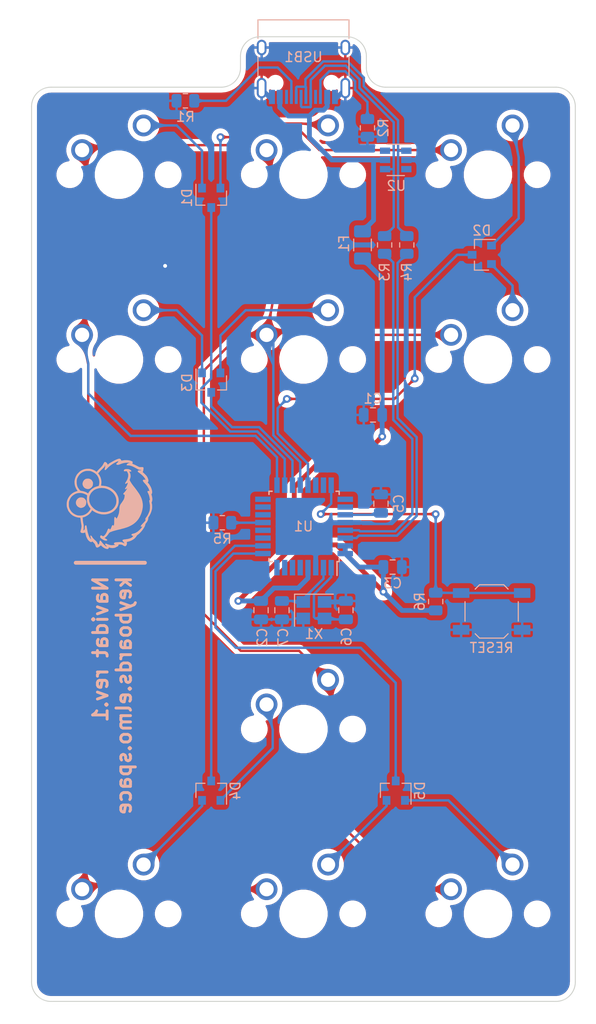
<source format=kicad_pcb>
(kicad_pcb (version 20171130) (host pcbnew "(5.1.10)-1")
  (layers (0 F.Cu signal) (31 B.Cu signal) (34 B.Paste user) (35 F.Paste user) (36 B.SilkS user) (37 F.SilkS user) (38 B.Mask user) (39 F.Mask user) (44 Edge.Cuts user))
  (net 0 "")
  (net 1 GND)
  (net 2 +5V)
  (net 3 "Net-(C5-Pad1)")
  (net 4 "Net-(C6-Pad1)")
  (net 5 "Net-(C7-Pad1)")
  (net 6 row0)
  (net 7 "Net-(D1-Pad2)")
  (net 8 row1)
  (net 9 "Net-(D2-Pad2)")
  (net 10 row2)
  (net 11 "Net-(D3-Pad2)")
  (net 12 row3)
  (net 13 "Net-(D4-Pad2)")
  (net 14 "Net-(D5-Pad2)")
  (net 15 VCC)
  (net 16 col0)
  (net 17 col1)
  (net 18 "Net-(R1-Pad2)")
  (net 19 "Net-(R2-Pad2)")
  (net 20 "Net-(R3-Pad2)")
  (net 21 D+)
  (net 22 "Net-(R4-Pad2)")
  (net 23 D-)
  (net 24 "Net-(R5-Pad2)")
  (net 25 "Net-(R6-Pad1)")
  (net 26 "Net-(U1-Pad16)")
  (net 27 "Net-(U1-Pad8)")
  (net 28 "Net-(U1-Pad7)")
  (net 29 "Net-(U1-Pad6)")
  (net 30 "Net-(U1-Pad5)")
  (net 31 "Net-(U2-Pad6)")
  (net 32 "Net-(U2-Pad3)")
  (net 33 "Net-(USB1-PadB8)")
  (net 34 "Net-(USB1-PadA8)")
  (net 35 "Net-(D1-Pad3)")
  (net 36 "Net-(D2-Pad3)")
  (net 37 "Net-(D3-Pad3)")
  (net 38 "Net-(D4-Pad3)")
  (net 39 "Net-(D5-Pad3)")
  (net 40 row4)
  (net 41 "Net-(U1-Pad26)")
  (net 42 "Net-(U1-Pad23)")
  (net 43 "Net-(U1-Pad22)")
  (net 44 "Net-(U1-Pad15)")
  (net 45 "Net-(U1-Pad14)")
  (net 46 "Net-(U1-Pad12)")
  (net 47 "Net-(U1-Pad11)")
  (net 48 "Net-(U1-Pad25)")
  (module custom_parts:elmo (layer B.Cu) (at 129.286 97.3455 270)
    (fp_text reference G*** hide)
    (fp_text value LOGO hide)
  )
  (module MX_Only:MXOnly-1U-NoLED (layer F.Cu) (at 149.225 120.65)
    (fp_text reference MX8)
    (fp_text value MX-NoLED)
    (pad 2 thru_hole circle (at 2.54 -5.08) (size 2.25 2.25) (drill 1.47) (layers *.Cu B.Mask) (net 17 col1))
    (pad "" np_thru_hole circle (at 0 0) (size 3.9878 3.9878) (drill 3.9878) (layers *.Cu *.Mask))
    (pad 1 thru_hole circle (at -3.81 -2.54) (size 2.25 2.25) (drill 1.47) (layers *.Cu B.Mask) (net 13 "Net-(D4-Pad2)"))
    (pad "" np_thru_hole circle (at -5.08 0 48.0996) (size 1.75 1.75) (drill 1.75) (layers *.Cu *.Mask))
    (pad "" np_thru_hole circle (at 5.08 0 48.0996) (size 1.75 1.75) (drill 1.75) (layers *.Cu *.Mask))
  )
  (module custom_parts:D_SOT-23_ANK_norm (layer B.Cu) (at 158.75 127 90)
    (fp_text reference D5 (at 0 2.5 270) (layer B.SilkS) (effects (justify mirror)))
    (fp_text value D_AAK_Small)
    (pad 1 smd rect (at 1 0 90) (size 0.9 0.8) (layers B.Cu B.Paste B.Mask) (net 40 row4))
    (pad 3 smd rect (at -1 -0.95 90) (size 0.9 0.8) (layers B.Cu B.Paste B.Mask) (net 39 "Net-(D5-Pad3)"))
    (pad 2 smd rect (at -1 0.95 90) (size 0.9 0.8) (layers B.Cu B.Paste B.Mask) (net 14 "Net-(D5-Pad2)"))
  )
  (module custom_parts:D_SOT-23_ANK_norm (layer B.Cu) (at 139.7 127 90)
    (fp_text reference D4 (at 0 2.5 90) (layer B.SilkS) (effects (justify mirror)))
    (fp_text value D_AAK_Small)
    (pad 1 smd rect (at 1 0 90) (size 0.9 0.8) (layers B.Cu B.Paste B.Mask) (net 12 row3))
    (pad 3 smd rect (at -1 -0.95 90) (size 0.9 0.8) (layers B.Cu B.Paste B.Mask) (net 38 "Net-(D4-Pad3)"))
    (pad 2 smd rect (at -1 0.95 90) (size 0.9 0.8) (layers B.Cu B.Paste B.Mask) (net 13 "Net-(D4-Pad2)"))
  )
  (module custom_parts:D_SOT-23_ANK_norm (layer B.Cu) (at 139.7 84.93125 270)
    (fp_text reference D3 (at 0 2.5 90) (layer B.SilkS) (effects (justify mirror)))
    (fp_text value D_AAK_Small)
    (pad 1 smd rect (at 1 0 270) (size 0.9 0.8) (layers B.Cu B.Paste B.Mask) (net 10 row2))
    (pad 3 smd rect (at -1 -0.95 270) (size 0.9 0.8) (layers B.Cu B.Paste B.Mask) (net 37 "Net-(D3-Pad3)"))
    (pad 2 smd rect (at -1 0.95 270) (size 0.9 0.8) (layers B.Cu B.Paste B.Mask) (net 11 "Net-(D3-Pad2)"))
  )
  (module custom_parts:D_SOT-23_ANK_norm (layer B.Cu) (at 167.64 71.755 180)
    (fp_text reference D2 (at 0 2.5 180) (layer B.SilkS) (effects (justify mirror)))
    (fp_text value D_AAK_Small)
    (pad 1 smd rect (at 1 0 180) (size 0.9 0.8) (layers B.Cu B.Paste B.Mask) (net 8 row1))
    (pad 3 smd rect (at -1 -0.95 180) (size 0.9 0.8) (layers B.Cu B.Paste B.Mask) (net 36 "Net-(D2-Pad3)"))
    (pad 2 smd rect (at -1 0.95 180) (size 0.9 0.8) (layers B.Cu B.Paste B.Mask) (net 9 "Net-(D2-Pad2)"))
  )
  (module custom_parts:D_SOT-23_ANK_norm (layer B.Cu) (at 139.7 65.88125 270)
    (fp_text reference D1 (at 0 2.5 90) (layer B.SilkS) (effects (justify mirror)))
    (fp_text value D_AAK_Small)
    (pad 1 smd rect (at 1 0 270) (size 0.9 0.8) (layers B.Cu B.Paste B.Mask) (net 6 row0))
    (pad 3 smd rect (at -1 -0.95 270) (size 0.9 0.8) (layers B.Cu B.Paste B.Mask) (net 35 "Net-(D1-Pad3)"))
    (pad 2 smd rect (at -1 0.95 270) (size 0.9 0.8) (layers B.Cu B.Paste B.Mask) (net 7 "Net-(D1-Pad2)"))
  )
  (module MX_Only:MXOnly-1U-NoLED (layer F.Cu) (at 168.275 82.55)
    (fp_text reference MX4)
    (fp_text value MX-NoLED)
    (pad 2 thru_hole circle (at 2.54 -5.08) (size 2.25 2.25) (drill 1.47) (layers *.Cu B.Mask) (net 36 "Net-(D2-Pad3)"))
    (pad "" np_thru_hole circle (at 0 0) (size 3.9878 3.9878) (drill 3.9878) (layers *.Cu *.Mask))
    (pad 1 thru_hole circle (at -3.81 -2.54) (size 2.25 2.25) (drill 1.47) (layers *.Cu B.Mask) (net 17 col1))
    (pad "" np_thru_hole circle (at -5.08 0 48.0996) (size 1.75 1.75) (drill 1.75) (layers *.Cu *.Mask))
    (pad "" np_thru_hole circle (at 5.08 0 48.0996) (size 1.75 1.75) (drill 1.75) (layers *.Cu *.Mask))
  )
  (module Crystal:Crystal_SMD_3225-4Pin_3.2x2.5mm (layer B.Cu) (at 150.3045 108.3945)
    (fp_text reference X1 (at 0 2.45) (layer B.SilkS) (effects (justify mirror)))
    (fp_text value Crystal_GND24_Small)
    (pad 1 smd rect (at -1.1 -0.85) (size 1.4 1.2) (layers B.Cu B.Paste B.Mask) (net 5 "Net-(C7-Pad1)"))
    (pad 2 smd rect (at 1.1 -0.85) (size 1.4 1.2) (layers B.Cu B.Paste B.Mask) (net 1 GND))
    (pad 3 smd rect (at 1.1 0.85) (size 1.4 1.2) (layers B.Cu B.Paste B.Mask) (net 4 "Net-(C6-Pad1)"))
    (pad 4 smd rect (at -1.1 0.85) (size 1.4 1.2) (layers B.Cu B.Paste B.Mask) (net 1 GND))
  )
  (module Connector_USB:USB_C_Receptacle_HRO_TYPE-C-31-M-12 (layer B.Cu) (at 149.225 51.435)
    (fp_text reference USB1 (at 0 -0.0635) (layer B.SilkS) (effects (justify mirror)))
    (fp_text value USB_C_Receptacle_USB2.0)
    (pad B1 smd rect (at 3.25 4.045) (size 0.6 1.45) (layers B.Cu B.Paste B.Mask) (net 1 GND))
    (pad A9 smd rect (at 2.45 4.045) (size 0.6 1.45) (layers B.Cu B.Paste B.Mask) (net 15 VCC))
    (pad B9 smd rect (at -2.45 4.045) (size 0.6 1.45) (layers B.Cu B.Paste B.Mask) (net 15 VCC))
    (pad B12 smd rect (at -3.25 4.045) (size 0.6 1.45) (layers B.Cu B.Paste B.Mask) (net 1 GND))
    (pad A1 smd rect (at -3.25 4.045) (size 0.6 1.45) (layers B.Cu B.Paste B.Mask) (net 1 GND))
    (pad A4 smd rect (at -2.45 4.045) (size 0.6 1.45) (layers B.Cu B.Paste B.Mask) (net 15 VCC))
    (pad B4 smd rect (at 2.45 4.045) (size 0.6 1.45) (layers B.Cu B.Paste B.Mask) (net 15 VCC))
    (pad A12 smd rect (at 3.25 4.045) (size 0.6 1.45) (layers B.Cu B.Paste B.Mask) (net 1 GND))
    (pad B8 smd rect (at -1.75 4.045) (size 0.3 1.45) (layers B.Cu B.Paste B.Mask) (net 33 "Net-(USB1-PadB8)"))
    (pad A5 smd rect (at -1.25 4.045) (size 0.3 1.45) (layers B.Cu B.Paste B.Mask) (net 18 "Net-(R1-Pad2)"))
    (pad B7 smd rect (at -0.75 4.045) (size 0.3 1.45) (layers B.Cu B.Paste B.Mask) (net 23 D-))
    (pad A7 smd rect (at 0.25 4.045) (size 0.3 1.45) (layers B.Cu B.Paste B.Mask) (net 23 D-))
    (pad B6 smd rect (at 0.75 4.045) (size 0.3 1.45) (layers B.Cu B.Paste B.Mask) (net 21 D+))
    (pad A8 smd rect (at 1.25 4.045) (size 0.3 1.45) (layers B.Cu B.Paste B.Mask) (net 34 "Net-(USB1-PadA8)"))
    (pad B5 smd rect (at 1.75 4.045) (size 0.3 1.45) (layers B.Cu B.Paste B.Mask) (net 19 "Net-(R2-Pad2)"))
    (pad A6 smd rect (at -0.25 4.045) (size 0.3 1.45) (layers B.Cu B.Paste B.Mask) (net 21 D+))
    (pad S1 thru_hole oval (at 4.32 3.13) (size 1 2.1) (drill oval 0.6 1.7) (layers *.Cu *.Mask) (net 1 GND))
    (pad S1 thru_hole oval (at -4.32 3.13) (size 1 2.1) (drill oval 0.6 1.7) (layers *.Cu *.Mask) (net 1 GND))
    (pad "" np_thru_hole circle (at -2.89 2.6) (size 0.65 0.65) (drill 0.65) (layers *.Cu *.Mask))
    (pad S1 thru_hole oval (at -4.32 -1.05) (size 1 1.6) (drill oval 0.6 1.2) (layers *.Cu *.Mask) (net 1 GND))
    (pad "" np_thru_hole circle (at 2.89 2.6) (size 0.65 0.65) (drill 0.65) (layers *.Cu *.Mask))
    (pad S1 thru_hole oval (at 4.32 -1.05) (size 1 1.6) (drill oval 0.6 1.2) (layers *.Cu *.Mask) (net 1 GND))
  )
  (module Package_TO_SOT_SMD:SOT-23-6 (layer B.Cu) (at 158.75 61.976 180)
    (fp_text reference U2 (at -0.0635 -2.667) (layer B.SilkS) (effects (justify mirror)))
    (fp_text value SRV05-4)
    (pad 5 smd rect (at 1.1 0 180) (size 1.06 0.65) (layers B.Cu B.Paste B.Mask) (net 15 VCC))
    (pad 6 smd rect (at 1.1 0.95 180) (size 1.06 0.65) (layers B.Cu B.Paste B.Mask) (net 31 "Net-(U2-Pad6)"))
    (pad 4 smd rect (at 1.1 -0.95 180) (size 1.06 0.65) (layers B.Cu B.Paste B.Mask) (net 21 D+))
    (pad 3 smd rect (at -1.1 -0.95 180) (size 1.06 0.65) (layers B.Cu B.Paste B.Mask) (net 32 "Net-(U2-Pad3)"))
    (pad 2 smd rect (at -1.1 0 180) (size 1.06 0.65) (layers B.Cu B.Paste B.Mask) (net 1 GND))
    (pad 1 smd rect (at -1.1 0.95 180) (size 1.06 0.65) (layers B.Cu B.Paste B.Mask) (net 23 D-))
  )
  (module Package_QFP:TQFP-32_7x7mm_P0.8mm (layer B.Cu) (at 149.2885 99.7585 90)
    (fp_text reference U1 (at 0 -0.0635 180) (layer B.SilkS) (effects (justify mirror)))
    (fp_text value ATmega32U2-AU)
    (pad 32 smd rect (at -2.8 4.25) (size 1.6 0.55) (layers B.Cu B.Paste B.Mask) (net 2 +5V))
    (pad 31 smd rect (at -2 4.25) (size 1.6 0.55) (layers B.Cu B.Paste B.Mask) (net 2 +5V))
    (pad 30 smd rect (at -1.2 4.25) (size 1.6 0.55) (layers B.Cu B.Paste B.Mask) (net 22 "Net-(R4-Pad2)"))
    (pad 29 smd rect (at -0.4 4.25) (size 1.6 0.55) (layers B.Cu B.Paste B.Mask) (net 20 "Net-(R3-Pad2)"))
    (pad 28 smd rect (at 0.4 4.25) (size 1.6 0.55) (layers B.Cu B.Paste B.Mask) (net 1 GND))
    (pad 27 smd rect (at 1.2 4.25) (size 1.6 0.55) (layers B.Cu B.Paste B.Mask) (net 3 "Net-(C5-Pad1)"))
    (pad 26 smd rect (at 2 4.25) (size 1.6 0.55) (layers B.Cu B.Paste B.Mask) (net 41 "Net-(U1-Pad26)"))
    (pad 25 smd rect (at 2.8 4.25) (size 1.6 0.55) (layers B.Cu B.Paste B.Mask) (net 48 "Net-(U1-Pad25)"))
    (pad 24 smd rect (at 4.25 2.8 90) (size 1.6 0.55) (layers B.Cu B.Paste B.Mask) (net 25 "Net-(R6-Pad1)"))
    (pad 23 smd rect (at 4.25 2 90) (size 1.6 0.55) (layers B.Cu B.Paste B.Mask) (net 42 "Net-(U1-Pad23)"))
    (pad 22 smd rect (at 4.25 1.2 90) (size 1.6 0.55) (layers B.Cu B.Paste B.Mask) (net 43 "Net-(U1-Pad22)"))
    (pad 21 smd rect (at 4.25 0.4 90) (size 1.6 0.55) (layers B.Cu B.Paste B.Mask) (net 8 row1))
    (pad 20 smd rect (at 4.25 -0.4 90) (size 1.6 0.55) (layers B.Cu B.Paste B.Mask) (net 17 col1))
    (pad 19 smd rect (at 4.25 -1.2 90) (size 1.6 0.55) (layers B.Cu B.Paste B.Mask) (net 10 row2))
    (pad 18 smd rect (at 4.25 -2 90) (size 1.6 0.55) (layers B.Cu B.Paste B.Mask) (net 6 row0))
    (pad 17 smd rect (at 4.25 -2.8 90) (size 1.6 0.55) (layers B.Cu B.Paste B.Mask) (net 16 col0))
    (pad 16 smd rect (at 2.8 -4.25) (size 1.6 0.55) (layers B.Cu B.Paste B.Mask) (net 26 "Net-(U1-Pad16)"))
    (pad 15 smd rect (at 2 -4.25) (size 1.6 0.55) (layers B.Cu B.Paste B.Mask) (net 44 "Net-(U1-Pad15)"))
    (pad 14 smd rect (at 1.2 -4.25) (size 1.6 0.55) (layers B.Cu B.Paste B.Mask) (net 45 "Net-(U1-Pad14)"))
    (pad 13 smd rect (at 0.4 -4.25) (size 1.6 0.55) (layers B.Cu B.Paste B.Mask) (net 24 "Net-(R5-Pad2)"))
    (pad 12 smd rect (at -0.4 -4.25) (size 1.6 0.55) (layers B.Cu B.Paste B.Mask) (net 46 "Net-(U1-Pad12)"))
    (pad 11 smd rect (at -1.2 -4.25) (size 1.6 0.55) (layers B.Cu B.Paste B.Mask) (net 47 "Net-(U1-Pad11)"))
    (pad 10 smd rect (at -2 -4.25) (size 1.6 0.55) (layers B.Cu B.Paste B.Mask) (net 12 row3))
    (pad 9 smd rect (at -2.8 -4.25) (size 1.6 0.55) (layers B.Cu B.Paste B.Mask) (net 40 row4))
    (pad 8 smd rect (at -4.25 -2.8 90) (size 1.6 0.55) (layers B.Cu B.Paste B.Mask) (net 27 "Net-(U1-Pad8)"))
    (pad 7 smd rect (at -4.25 -2 90) (size 1.6 0.55) (layers B.Cu B.Paste B.Mask) (net 28 "Net-(U1-Pad7)"))
    (pad 6 smd rect (at -4.25 -1.2 90) (size 1.6 0.55) (layers B.Cu B.Paste B.Mask) (net 29 "Net-(U1-Pad6)"))
    (pad 5 smd rect (at -4.25 -0.4 90) (size 1.6 0.55) (layers B.Cu B.Paste B.Mask) (net 30 "Net-(U1-Pad5)"))
    (pad 4 smd rect (at -4.25 0.4 90) (size 1.6 0.55) (layers B.Cu B.Paste B.Mask) (net 2 +5V))
    (pad 3 smd rect (at -4.25 1.2 90) (size 1.6 0.55) (layers B.Cu B.Paste B.Mask) (net 1 GND))
    (pad 2 smd rect (at -4.25 2 90) (size 1.6 0.55) (layers B.Cu B.Paste B.Mask) (net 5 "Net-(C7-Pad1)"))
    (pad 1 smd rect (at -4.25 2.8 90) (size 1.6 0.55) (layers B.Cu B.Paste B.Mask) (net 4 "Net-(C6-Pad1)"))
  )
  (module Button_Switch_SMD:SW_SPST_TL3342 (layer B.Cu) (at 168.656 108.5215)
    (fp_text reference RESET (at 0 3.75) (layer B.SilkS) (effects (justify mirror)))
    (fp_text value SW_Push)
    (pad 2 smd rect (at 3.15 -1.9) (size 1.7 1) (layers B.Cu B.Paste B.Mask) (net 25 "Net-(R6-Pad1)"))
    (pad 2 smd rect (at -3.15 -1.9) (size 1.7 1) (layers B.Cu B.Paste B.Mask) (net 25 "Net-(R6-Pad1)"))
    (pad 1 smd rect (at 3.15 1.9) (size 1.7 1) (layers B.Cu B.Paste B.Mask) (net 1 GND))
    (pad 1 smd rect (at -3.15 1.9) (size 1.7 1) (layers B.Cu B.Paste B.Mask) (net 1 GND))
  )
  (module Resistor_SMD:R_0805_2012Metric (layer B.Cu) (at 162.8775 107.5055 270)
    (fp_text reference R6 (at 0 1.65 90) (layer B.SilkS) (effects (justify mirror)))
    (fp_text value 10k)
    (pad 2 smd roundrect (at 0.9125 0 270) (size 1.025 1.4) (layers B.Cu B.Paste B.Mask) (roundrect_rratio 0.2439014634146341) (net 2 +5V))
    (pad 1 smd roundrect (at -0.9125 0 270) (size 1.025 1.4) (layers B.Cu B.Paste B.Mask) (roundrect_rratio 0.2439014634146341) (net 25 "Net-(R6-Pad1)"))
  )
  (module Resistor_SMD:R_0805_2012Metric (layer B.Cu) (at 140.843 99.3775)
    (fp_text reference R5 (at 0 1.65) (layer B.SilkS) (effects (justify mirror)))
    (fp_text value 10k)
    (pad 2 smd roundrect (at 0.9125 0) (size 1.025 1.4) (layers B.Cu B.Paste B.Mask) (roundrect_rratio 0.2439014634146341) (net 24 "Net-(R5-Pad2)"))
    (pad 1 smd roundrect (at -0.9125 0) (size 1.025 1.4) (layers B.Cu B.Paste B.Mask) (roundrect_rratio 0.2439014634146341) (net 1 GND))
  )
  (module Resistor_SMD:R_0805_2012Metric (layer B.Cu) (at 159.893 70.739 270)
    (fp_text reference R4 (at 2.794 0 90) (layer B.SilkS) (effects (justify mirror)))
    (fp_text value 22)
    (pad 2 smd roundrect (at 0.9125 0 270) (size 1.025 1.4) (layers B.Cu B.Paste B.Mask) (roundrect_rratio 0.2439014634146341) (net 22 "Net-(R4-Pad2)"))
    (pad 1 smd roundrect (at -0.9125 0 270) (size 1.025 1.4) (layers B.Cu B.Paste B.Mask) (roundrect_rratio 0.2439014634146341) (net 23 D-))
  )
  (module Resistor_SMD:R_0805_2012Metric (layer B.Cu) (at 157.607 70.739 270)
    (fp_text reference R3 (at 2.794 0 90) (layer B.SilkS) (effects (justify mirror)))
    (fp_text value 22)
    (pad 2 smd roundrect (at 0.9125 0 270) (size 1.025 1.4) (layers B.Cu B.Paste B.Mask) (roundrect_rratio 0.2439014634146341) (net 20 "Net-(R3-Pad2)"))
    (pad 1 smd roundrect (at -0.9125 0 270) (size 1.025 1.4) (layers B.Cu B.Paste B.Mask) (roundrect_rratio 0.2439014634146341) (net 21 D+))
  )
  (module Resistor_SMD:R_0805_2012Metric (layer B.Cu) (at 155.829 58.674 90)
    (fp_text reference R2 (at 0 1.65 90) (layer B.SilkS) (effects (justify mirror)))
    (fp_text value 5.1k)
    (pad 2 smd roundrect (at 0.9125 0 90) (size 1.025 1.4) (layers B.Cu B.Paste B.Mask) (roundrect_rratio 0.2439014634146341) (net 19 "Net-(R2-Pad2)"))
    (pad 1 smd roundrect (at -0.9125 0 90) (size 1.025 1.4) (layers B.Cu B.Paste B.Mask) (roundrect_rratio 0.2439014634146341) (net 1 GND))
  )
  (module Resistor_SMD:R_0805_2012Metric (layer B.Cu) (at 137.033 55.88)
    (fp_text reference R1 (at 0 1.65) (layer B.SilkS) (effects (justify mirror)))
    (fp_text value 5.1k)
    (pad 2 smd roundrect (at 0.9125 0) (size 1.025 1.4) (layers B.Cu B.Paste B.Mask) (roundrect_rratio 0.2439014634146341) (net 18 "Net-(R1-Pad2)"))
    (pad 1 smd roundrect (at -0.9125 0) (size 1.025 1.4) (layers B.Cu B.Paste B.Mask) (roundrect_rratio 0.2439014634146341) (net 1 GND))
  )
  (module MX_Only:MXOnly-1U-NoLED (layer F.Cu) (at 168.275 139.7)
    (fp_text reference MX10)
    (fp_text value MX-NoLED)
    (pad 2 thru_hole circle (at 2.54 -5.08) (size 2.25 2.25) (drill 1.47) (layers *.Cu B.Mask) (net 14 "Net-(D5-Pad2)"))
    (pad "" np_thru_hole circle (at 0 0) (size 3.9878 3.9878) (drill 3.9878) (layers *.Cu *.Mask))
    (pad 1 thru_hole circle (at -3.81 -2.54) (size 2.25 2.25) (drill 1.47) (layers *.Cu B.Mask) (net 17 col1))
    (pad "" np_thru_hole circle (at -5.08 0 48.0996) (size 1.75 1.75) (drill 1.75) (layers *.Cu *.Mask))
    (pad "" np_thru_hole circle (at 5.08 0 48.0996) (size 1.75 1.75) (drill 1.75) (layers *.Cu *.Mask))
  )
  (module MX_Only:MXOnly-1U-NoLED (layer F.Cu) (at 149.225 139.7)
    (fp_text reference MX9)
    (fp_text value MX-NoLED)
    (pad 2 thru_hole circle (at 2.54 -5.08) (size 2.25 2.25) (drill 1.47) (layers *.Cu B.Mask) (net 39 "Net-(D5-Pad3)"))
    (pad "" np_thru_hole circle (at 0 0) (size 3.9878 3.9878) (drill 3.9878) (layers *.Cu *.Mask))
    (pad 1 thru_hole circle (at -3.81 -2.54) (size 2.25 2.25) (drill 1.47) (layers *.Cu B.Mask) (net 16 col0))
    (pad "" np_thru_hole circle (at -5.08 0 48.0996) (size 1.75 1.75) (drill 1.75) (layers *.Cu *.Mask))
    (pad "" np_thru_hole circle (at 5.08 0 48.0996) (size 1.75 1.75) (drill 1.75) (layers *.Cu *.Mask))
  )
  (module MX_Only:MXOnly-1U-NoLED (layer F.Cu) (at 130.175 139.7)
    (fp_text reference MX7)
    (fp_text value MX-NoLED)
    (pad 2 thru_hole circle (at 2.54 -5.08) (size 2.25 2.25) (drill 1.47) (layers *.Cu B.Mask) (net 38 "Net-(D4-Pad3)"))
    (pad "" np_thru_hole circle (at 0 0) (size 3.9878 3.9878) (drill 3.9878) (layers *.Cu *.Mask))
    (pad 1 thru_hole circle (at -3.81 -2.54) (size 2.25 2.25) (drill 1.47) (layers *.Cu B.Mask) (net 16 col0))
    (pad "" np_thru_hole circle (at -5.08 0 48.0996) (size 1.75 1.75) (drill 1.75) (layers *.Cu *.Mask))
    (pad "" np_thru_hole circle (at 5.08 0 48.0996) (size 1.75 1.75) (drill 1.75) (layers *.Cu *.Mask))
  )
  (module MX_Only:MXOnly-1U-NoLED (layer F.Cu) (at 149.225 82.55)
    (fp_text reference MX6)
    (fp_text value MX-NoLED)
    (pad 2 thru_hole circle (at 2.54 -5.08) (size 2.25 2.25) (drill 1.47) (layers *.Cu B.Mask) (net 37 "Net-(D3-Pad3)"))
    (pad "" np_thru_hole circle (at 0 0) (size 3.9878 3.9878) (drill 3.9878) (layers *.Cu *.Mask))
    (pad 1 thru_hole circle (at -3.81 -2.54) (size 2.25 2.25) (drill 1.47) (layers *.Cu B.Mask) (net 17 col1))
    (pad "" np_thru_hole circle (at -5.08 0 48.0996) (size 1.75 1.75) (drill 1.75) (layers *.Cu *.Mask))
    (pad "" np_thru_hole circle (at 5.08 0 48.0996) (size 1.75 1.75) (drill 1.75) (layers *.Cu *.Mask))
  )
  (module MX_Only:MXOnly-1U-NoLED (layer F.Cu) (at 130.175 82.55)
    (fp_text reference MX5)
    (fp_text value MX-NoLED)
    (pad 2 thru_hole circle (at 2.54 -5.08) (size 2.25 2.25) (drill 1.47) (layers *.Cu B.Mask) (net 11 "Net-(D3-Pad2)"))
    (pad "" np_thru_hole circle (at 0 0) (size 3.9878 3.9878) (drill 3.9878) (layers *.Cu *.Mask))
    (pad 1 thru_hole circle (at -3.81 -2.54) (size 2.25 2.25) (drill 1.47) (layers *.Cu B.Mask) (net 16 col0))
    (pad "" np_thru_hole circle (at -5.08 0 48.0996) (size 1.75 1.75) (drill 1.75) (layers *.Cu *.Mask))
    (pad "" np_thru_hole circle (at 5.08 0 48.0996) (size 1.75 1.75) (drill 1.75) (layers *.Cu *.Mask))
  )
  (module MX_Only:MXOnly-1U-NoLED (layer F.Cu) (at 168.275 63.5)
    (fp_text reference MX3)
    (fp_text value MX-NoLED)
    (pad 2 thru_hole circle (at 2.54 -5.08) (size 2.25 2.25) (drill 1.47) (layers *.Cu B.Mask) (net 9 "Net-(D2-Pad2)"))
    (pad "" np_thru_hole circle (at 0 0) (size 3.9878 3.9878) (drill 3.9878) (layers *.Cu *.Mask))
    (pad 1 thru_hole circle (at -3.81 -2.54) (size 2.25 2.25) (drill 1.47) (layers *.Cu B.Mask) (net 16 col0))
    (pad "" np_thru_hole circle (at -5.08 0 48.0996) (size 1.75 1.75) (drill 1.75) (layers *.Cu *.Mask))
    (pad "" np_thru_hole circle (at 5.08 0 48.0996) (size 1.75 1.75) (drill 1.75) (layers *.Cu *.Mask))
  )
  (module MX_Only:MXOnly-1U-NoLED (layer F.Cu) (at 149.225 63.5)
    (fp_text reference MX2)
    (fp_text value MX-NoLED)
    (pad 2 thru_hole circle (at 2.54 -5.08) (size 2.25 2.25) (drill 1.47) (layers *.Cu B.Mask) (net 35 "Net-(D1-Pad3)"))
    (pad "" np_thru_hole circle (at 0 0) (size 3.9878 3.9878) (drill 3.9878) (layers *.Cu *.Mask))
    (pad 1 thru_hole circle (at -3.81 -2.54) (size 2.25 2.25) (drill 1.47) (layers *.Cu B.Mask) (net 17 col1))
    (pad "" np_thru_hole circle (at -5.08 0 48.0996) (size 1.75 1.75) (drill 1.75) (layers *.Cu *.Mask))
    (pad "" np_thru_hole circle (at 5.08 0 48.0996) (size 1.75 1.75) (drill 1.75) (layers *.Cu *.Mask))
  )
  (module MX_Only:MXOnly-1U-NoLED (layer F.Cu) (at 130.175 63.5)
    (fp_text reference MX1)
    (fp_text value MX-NoLED)
    (pad 2 thru_hole circle (at 2.54 -5.08) (size 2.25 2.25) (drill 1.47) (layers *.Cu B.Mask) (net 7 "Net-(D1-Pad2)"))
    (pad "" np_thru_hole circle (at 0 0) (size 3.9878 3.9878) (drill 3.9878) (layers *.Cu *.Mask))
    (pad 1 thru_hole circle (at -3.81 -2.54) (size 2.25 2.25) (drill 1.47) (layers *.Cu B.Mask) (net 16 col0))
    (pad "" np_thru_hole circle (at -5.08 0 48.0996) (size 1.75 1.75) (drill 1.75) (layers *.Cu *.Mask))
    (pad "" np_thru_hole circle (at 5.08 0 48.0996) (size 1.75 1.75) (drill 1.75) (layers *.Cu *.Mask))
  )
  (module Fuse:Fuse_1206_3216Metric (layer B.Cu) (at 155.321 70.739 90)
    (fp_text reference F1 (at 0.127 -1.905 90) (layer B.SilkS) (effects (justify mirror)))
    (fp_text value Polyfuse_Small)
    (pad 2 smd roundrect (at 1.4 0 90) (size 1.25 1.75) (layers B.Cu B.Paste B.Mask) (roundrect_rratio 0.2) (net 15 VCC))
    (pad 1 smd roundrect (at -1.4 0 90) (size 1.25 1.75) (layers B.Cu B.Paste B.Mask) (roundrect_rratio 0.2) (net 2 +5V))
  )
  (module Capacitor_SMD:C_0805_2012Metric (layer B.Cu) (at 147.0025 108.3945 270)
    (fp_text reference C7 (at 2.794 -0.127 270) (layer B.SilkS) (effects (justify mirror)))
    (fp_text value 22pF)
    (pad 1 smd roundrect (at -0.95 0 270) (size 1 1.45) (layers B.Cu B.Paste B.Mask) (net 5 "Net-(C7-Pad1)"))
    (pad 2 smd roundrect (at 0.95 0 270) (size 1 1.45) (layers B.Cu B.Paste B.Mask) (net 1 GND))
  )
  (module Capacitor_SMD:C_0805_2012Metric (layer B.Cu) (at 153.6065 108.3945 90)
    (fp_text reference C6 (at -2.7305 0.0635 90) (layer B.SilkS) (effects (justify mirror)))
    (fp_text value 22pF)
    (pad 1 smd roundrect (at -0.95 0 90) (size 1 1.45) (layers B.Cu B.Paste B.Mask) (net 4 "Net-(C6-Pad1)"))
    (pad 2 smd roundrect (at 0.95 0 90) (size 1 1.45) (layers B.Cu B.Paste B.Mask) (net 1 GND))
  )
  (module Capacitor_SMD:C_0805_2012Metric (layer B.Cu) (at 157.226 97.409 90)
    (fp_text reference C5 (at 0 1.8415 90) (layer B.SilkS) (effects (justify mirror)))
    (fp_text value 1uF)
    (pad 2 smd roundrect (at 0.95 0 90) (size 1 1.45) (layers B.Cu B.Paste B.Mask) (net 1 GND))
    (pad 1 smd roundrect (at -0.95 0 90) (size 1 1.45) (layers B.Cu B.Paste B.Mask) (net 3 "Net-(C5-Pad1)"))
  )
  (module Capacitor_SMD:C_0805_2012Metric (layer B.Cu) (at 158.4325 103.9495)
    (fp_text reference C3 (at 0 1.68) (layer B.SilkS) (effects (justify mirror)))
    (fp_text value 0.1uF)
    (pad 2 smd roundrect (at 0.95 0) (size 1 1.45) (layers B.Cu B.Paste B.Mask) (net 1 GND))
    (pad 1 smd roundrect (at -0.95 0) (size 1 1.45) (layers B.Cu B.Paste B.Mask) (net 2 +5V))
  )
  (module Capacitor_SMD:C_0805_2012Metric (layer B.Cu) (at 144.843501 108.3945 270)
    (fp_text reference C2 (at 2.794 -0.126999 90) (layer B.SilkS) (effects (justify mirror)))
    (fp_text value 0.1uF)
    (pad 1 smd roundrect (at -0.95 0 270) (size 1 1.45) (layers B.Cu B.Paste B.Mask) (net 2 +5V))
    (pad 2 smd roundrect (at 0.95 0 270) (size 1 1.45) (layers B.Cu B.Paste B.Mask) (net 1 GND))
  )
  (module Capacitor_SMD:C_0805_2012Metric (layer B.Cu) (at 156.4005 88.265 180)
    (fp_text reference C1 (at 0 1.68) (layer B.SilkS) (effects (justify mirror)))
    (fp_text value 10uF)
    (pad 2 smd roundrect (at 0.95 0 180) (size 1 1.45) (layers B.Cu B.Paste B.Mask) (net 1 GND))
    (pad 1 smd roundrect (at -0.95 0 180) (size 1 1.45) (layers B.Cu B.Paste B.Mask) (net 2 +5V))
  )
  (gr_text | (at 129.667 103.505 270) (layer B.SilkS) (effects (font (size 5 5) (thickness 0.4)) (justify mirror)))
  (gr_text "Navidat rev.1\nkeyboards.elmo.space" (at 129.4765 104.7115 90) (layer B.SilkS) (effects (font (size 1.5 1.5) (thickness 0.3)) (justify left mirror)))
  (gr_line (start 155.721299 51.276) (end 155.721299 52.4764) (layer Edge.Cuts) (width 0.1))
  (gr_arc (start 175.2963 146.7264) (end 175.2963 148.7264) (angle -90) (layer Edge.Cuts) (width 0.1))
  (gr_arc (start 144.7213 51.276) (end 144.7213 49.276) (angle -90) (layer Edge.Cuts) (width 0.1))
  (gr_line (start 121.146299 56.4764) (end 121.146299 146.7264) (layer Edge.Cuts) (width 0.1))
  (gr_line (start 175.296299 54.476401) (end 157.7213 54.476401) (layer Edge.Cuts) (width 0.1))
  (gr_arc (start 175.296299 56.4764) (end 177.296299 56.476401) (angle -90.00000004) (layer Edge.Cuts) (width 0.1))
  (gr_line (start 123.1463 148.7264) (end 175.2963 148.7264) (layer Edge.Cuts) (width 0.1))
  (gr_line (start 140.7213 54.4764) (end 123.1463 54.476401) (layer Edge.Cuts) (width 0.1))
  (gr_line (start 142.7213 51.276) (end 142.7213 52.476401) (layer Edge.Cuts) (width 0.1))
  (gr_arc (start 123.1463 56.4764) (end 123.1463 54.476401) (angle -90.00000004) (layer Edge.Cuts) (width 0.1))
  (gr_line (start 177.2963 146.7264) (end 177.296299 56.476401) (layer Edge.Cuts) (width 0.1))
  (gr_arc (start 140.7213 52.476401) (end 140.7213 54.4764) (angle -90) (layer Edge.Cuts) (width 0.1))
  (gr_arc (start 153.721299 51.276) (end 155.721299 51.276) (angle -90) (layer Edge.Cuts) (width 0.1))
  (gr_line (start 153.721299 49.276) (end 144.7213 49.276) (layer Edge.Cuts) (width 0.1))
  (gr_arc (start 123.146298 146.726401) (end 121.146299 146.7264) (angle -90) (layer Edge.Cuts) (width 0.1))
  (gr_arc (start 157.7213 52.4764) (end 155.721299 52.4764) (angle -90) (layer Edge.Cuts) (width 0.1))
  (segment (start 145.82 55.607) (end 144.905 54.692) (width 0.5) (layer B.Cu) (net 1))
  (segment (start 145.975 55.607) (end 145.82 55.607) (width 0.5) (layer B.Cu) (net 1))
  (segment (start 152.63 55.607) (end 153.545 54.692) (width 0.5) (layer B.Cu) (net 1))
  (segment (start 152.475 55.607) (end 152.63 55.607) (width 0.5) (layer B.Cu) (net 1))
  (via (at 134.9375 72.898) (size 0.8) (drill 0.4) (layers F.Cu B.Cu) (net 1))
  (segment (start 153.5385 99.3585) (end 155.048 99.3585) (width 0.5) (layer B.Cu) (net 1))
  (segment (start 153.308 99.3585) (end 153.289 99.3775) (width 0.5) (layer B.Cu) (net 1))
  (segment (start 153.5385 99.3585) (end 153.308 99.3585) (width 0.5) (layer B.Cu) (net 1))
  (segment (start 153.289 99.3775) (end 152.3365 99.3775) (width 0.5) (layer B.Cu) (net 1))
  (segment (start 150.4885 104.0085) (end 150.4885 102.686) (width 0.5) (layer B.Cu) (net 1))
  (segment (start 159.85 61.976) (end 161.0995 61.976) (width 0.5) (layer B.Cu) (net 1))
  (segment (start 153.5065 107.5445) (end 153.6065 107.4445) (width 0.5) (layer B.Cu) (net 1))
  (segment (start 151.4045 107.5445) (end 153.5065 107.5445) (width 0.5) (layer B.Cu) (net 1))
  (segment (start 144.843501 107.4445) (end 146.179501 106.1085) (width 0.5) (layer B.Cu) (net 2))
  (segment (start 149.6885 105.093502) (end 149.6885 104.0085) (width 0.5) (layer B.Cu) (net 2))
  (segment (start 148.673502 106.1085) (end 149.6885 105.093502) (width 0.5) (layer B.Cu) (net 2))
  (segment (start 146.179501 106.1085) (end 148.673502 106.1085) (width 0.5) (layer B.Cu) (net 2))
  (segment (start 154.9295 103.9495) (end 153.5385 102.5585) (width 0.5) (layer B.Cu) (net 2))
  (segment (start 157.4825 103.9495) (end 154.9295 103.9495) (width 0.5) (layer B.Cu) (net 2))
  (segment (start 153.5385 102.5585) (end 153.5385 101.7585) (width 0.5) (layer B.Cu) (net 2))
  (segment (start 157.353 88.2625) (end 157.3505 88.265) (width 0.5) (layer B.Cu) (net 2))
  (segment (start 157.353 74.168) (end 157.353 88.2625) (width 0.5) (layer B.Cu) (net 2))
  (segment (start 155.324 72.139) (end 157.353 74.168) (width 0.5) (layer B.Cu) (net 2))
  (segment (start 155.321 72.139) (end 155.324 72.139) (width 0.5) (layer B.Cu) (net 2))
  (via (at 157.353 90.4875) (size 0.8) (drill 0.4) (layers F.Cu B.Cu) (net 2))
  (segment (start 157.3505 90.485) (end 157.353 90.4875) (width 0.5) (layer B.Cu) (net 2))
  (segment (start 157.3505 88.265) (end 157.3505 90.485) (width 0.5) (layer B.Cu) (net 2))
  (segment (start 157.353 90.4875) (end 154.7495 93.091) (width 0.5) (layer F.Cu) (net 2))
  (segment (start 154.7495 93.091) (end 150.876 93.091) (width 0.5) (layer F.Cu) (net 2))
  (segment (start 150.876 93.091) (end 148.2725 95.6945) (width 0.5) (layer F.Cu) (net 2))
  (via (at 142.494 107.442) (size 0.8) (drill 0.4) (layers F.Cu B.Cu) (net 2))
  (segment (start 148.2725 101.6635) (end 142.494 107.442) (width 0.5) (layer F.Cu) (net 2))
  (segment (start 148.2725 95.6945) (end 148.2725 101.6635) (width 0.5) (layer F.Cu) (net 2))
  (segment (start 144.841001 107.442) (end 144.843501 107.4445) (width 0.5) (layer B.Cu) (net 2))
  (segment (start 142.494 107.442) (end 144.841001 107.442) (width 0.5) (layer B.Cu) (net 2))
  (via (at 157.48 106.4895) (size 0.8) (drill 0.4) (layers F.Cu B.Cu) (net 2))
  (segment (start 152.654 101.6635) (end 157.48 106.4895) (width 0.5) (layer F.Cu) (net 2))
  (segment (start 148.2725 101.6635) (end 152.654 101.6635) (width 0.5) (layer F.Cu) (net 2))
  (segment (start 157.48 103.952) (end 157.4825 103.9495) (width 0.5) (layer B.Cu) (net 2))
  (segment (start 157.48 106.4895) (end 157.48 103.952) (width 0.5) (layer B.Cu) (net 2))
  (segment (start 159.4085 108.418) (end 157.48 106.4895) (width 0.5) (layer B.Cu) (net 2))
  (segment (start 162.8775 108.418) (end 159.4085 108.418) (width 0.5) (layer B.Cu) (net 2))
  (segment (start 157.09 98.5585) (end 157.48 98.1685) (width 0.25) (layer B.Cu) (net 3))
  (segment (start 153.5385 98.5585) (end 157.09 98.5585) (width 0.25) (layer B.Cu) (net 3))
  (segment (start 150.4545 109.2445) (end 150.3045 109.0945) (width 0.25) (layer B.Cu) (net 4))
  (segment (start 151.4045 109.2445) (end 150.4545 109.2445) (width 0.25) (layer B.Cu) (net 4))
  (segment (start 152.0885 104.975498) (end 152.0885 104.0085) (width 0.25) (layer B.Cu) (net 4))
  (segment (start 150.3045 106.759498) (end 152.0885 104.975498) (width 0.25) (layer B.Cu) (net 4))
  (segment (start 150.3045 109.0945) (end 150.3045 106.759498) (width 0.25) (layer B.Cu) (net 4))
  (segment (start 151.5045 109.3445) (end 151.4045 109.2445) (width 0.25) (layer B.Cu) (net 4))
  (segment (start 153.6065 109.3445) (end 151.5045 109.3445) (width 0.25) (layer B.Cu) (net 4))
  (segment (start 149.2045 107.223088) (end 149.2045 107.5445) (width 0.25) (layer B.Cu) (net 5))
  (segment (start 151.2885 105.139088) (end 149.2045 107.223088) (width 0.25) (layer B.Cu) (net 5))
  (segment (start 151.2885 104.0085) (end 151.2885 105.139088) (width 0.25) (layer B.Cu) (net 5))
  (segment (start 149.1045 107.4445) (end 149.2045 107.5445) (width 0.25) (layer B.Cu) (net 5))
  (segment (start 147.0025 107.4445) (end 149.1045 107.4445) (width 0.25) (layer B.Cu) (net 5))
  (segment (start 139.7 84.496248) (end 138.684 85.512248) (width 0.25) (layer B.Cu) (net 6))
  (segment (start 139.7 66.88125) (end 139.7 84.496248) (width 0.25) (layer B.Cu) (net 6))
  (segment (start 138.684 85.512248) (end 138.684 86.995) (width 0.25) (layer B.Cu) (net 6))
  (segment (start 147.2885 95.5085) (end 147.2885 92.80409) (width 0.25) (layer B.Cu) (net 6))
  (segment (start 147.2885 92.80409) (end 144.4584 89.97399) (width 0.25) (layer B.Cu) (net 6))
  (segment (start 141.66299 89.97399) (end 138.684 86.995) (width 0.25) (layer B.Cu) (net 6))
  (segment (start 144.4584 89.97399) (end 141.66299 89.97399) (width 0.25) (layer B.Cu) (net 6))
  (segment (start 138.75 64.88125) (end 138.75 61.026) (width 0.25) (layer B.Cu) (net 7))
  (segment (start 136.144 58.42) (end 132.715 58.42) (width 0.25) (layer B.Cu) (net 7))
  (segment (start 138.75 61.026) (end 136.144 58.42) (width 0.25) (layer B.Cu) (net 7))
  (segment (start 166.64 71.755) (end 165.1 71.755) (width 0.25) (layer B.Cu) (net 8))
  (segment (start 165.1 71.755) (end 160.7185 76.1365) (width 0.25) (layer B.Cu) (net 8))
  (segment (start 149.6885 95.5085) (end 149.6885 93.29486) (width 0.25) (layer B.Cu) (net 8))
  (segment (start 149.6885 93.29486) (end 146.56351 90.16987) (width 0.25) (layer B.Cu) (net 8))
  (segment (start 146.56351 90.16987) (end 146.56351 87.56099) (width 0.25) (layer B.Cu) (net 8))
  (via (at 147.5105 86.614) (size 0.8) (drill 0.4) (layers F.Cu B.Cu) (net 8))
  (segment (start 146.56351 87.56099) (end 147.5105 86.614) (width 0.25) (layer B.Cu) (net 8))
  (via (at 160.7185 84.5185) (size 0.8) (drill 0.4) (layers F.Cu B.Cu) (net 8))
  (segment (start 160.7185 76.1365) (end 160.7185 84.5185) (width 0.25) (layer B.Cu) (net 8))
  (segment (start 158.623 86.614) (end 160.7185 84.5185) (width 0.25) (layer F.Cu) (net 8))
  (segment (start 147.5105 86.614) (end 158.623 86.614) (width 0.25) (layer F.Cu) (net 8))
  (segment (start 168.64 70.805) (end 171.45 67.995) (width 0.25) (layer B.Cu) (net 9))
  (segment (start 171.45 61.722) (end 170.815 58.42) (width 0.25) (layer B.Cu) (net 9))
  (segment (start 171.45 67.995) (end 171.45 61.722) (width 0.25) (layer B.Cu) (net 9))
  (segment (start 148.0885 95.5085) (end 148.0885 92.96768) (width 0.25) (layer B.Cu) (net 10))
  (segment (start 148.0885 92.96768) (end 144.6448 89.52398) (width 0.25) (layer B.Cu) (net 10))
  (segment (start 144.6448 89.52398) (end 141.84939 89.52398) (width 0.25) (layer B.Cu) (net 10))
  (segment (start 139.7 87.37459) (end 139.7 85.93125) (width 0.25) (layer B.Cu) (net 10))
  (segment (start 141.84939 89.52398) (end 139.7 87.37459) (width 0.25) (layer B.Cu) (net 10))
  (segment (start 138.75 83.93125) (end 138.75 80.076) (width 0.25) (layer B.Cu) (net 11))
  (segment (start 136.144 77.47) (end 132.715 77.47) (width 0.25) (layer B.Cu) (net 11))
  (segment (start 138.75 80.076) (end 136.144 77.47) (width 0.25) (layer B.Cu) (net 11))
  (segment (start 139.69449 104.20901) (end 142.145 101.7585) (width 0.25) (layer B.Cu) (net 12))
  (segment (start 139.69449 110.3589) (end 139.69449 104.20901) (width 0.25) (layer B.Cu) (net 12))
  (segment (start 139.7 110.36441) (end 139.69449 110.3589) (width 0.25) (layer B.Cu) (net 12))
  (segment (start 142.145 101.7585) (end 145.0385 101.7585) (width 0.25) (layer B.Cu) (net 12))
  (segment (start 139.7 126) (end 139.7 110.36441) (width 0.25) (layer B.Cu) (net 12))
  (segment (start 140.65 128) (end 146.05 122.6) (width 0.25) (layer B.Cu) (net 13))
  (segment (start 145.415 118.11) (end 146.05 120.7135) (width 0.25) (layer B.Cu) (net 13))
  (segment (start 146.05 122.6) (end 146.05 120.7135) (width 0.25) (layer B.Cu) (net 13))
  (segment (start 164.195 128) (end 170.815 134.62) (width 0.25) (layer B.Cu) (net 14))
  (segment (start 159.7 128) (end 164.195 128) (width 0.25) (layer B.Cu) (net 14))
  (segment (start 150.433187 56.844999) (end 149.837186 57.441) (width 0.5) (layer B.Cu) (net 15))
  (segment (start 151.295003 56.844999) (end 150.433187 56.844999) (width 0.5) (layer B.Cu) (net 15))
  (segment (start 151.675 56.465002) (end 151.295003 56.844999) (width 0.5) (layer B.Cu) (net 15))
  (segment (start 151.675 55.48) (end 151.675 56.465002) (width 0.5) (layer B.Cu) (net 15))
  (segment (start 149.837186 57.441) (end 149.837186 59.667186) (width 0.5) (layer B.Cu) (net 15))
  (segment (start 146.775 56.552) (end 147.664 57.441) (width 0.5) (layer B.Cu) (net 15))
  (segment (start 146.775 55.48) (end 146.775 56.552) (width 0.5) (layer B.Cu) (net 15))
  (segment (start 149.837186 57.441) (end 147.664 57.441) (width 0.5) (layer B.Cu) (net 15))
  (segment (start 152.146 61.976) (end 149.837186 59.667186) (width 0.5) (layer B.Cu) (net 15))
  (segment (start 156.464 68.196) (end 155.321 69.339) (width 0.5) (layer B.Cu) (net 15))
  (segment (start 156.464 61.976) (end 156.464 68.196) (width 0.5) (layer B.Cu) (net 15))
  (segment (start 157.65 61.976) (end 156.464 61.976) (width 0.5) (layer B.Cu) (net 15))
  (segment (start 156.464 61.976) (end 152.146 61.976) (width 0.5) (layer B.Cu) (net 15))
  (segment (start 145.415 137.16) (end 145.415 137.033) (width 0.25) (layer F.Cu) (net 16))
  (segment (start 131.318 136.398) (end 132.08 137.16) (width 0.25) (layer F.Cu) (net 16))
  (segment (start 132.08 137.16) (end 145.415 137.16) (width 0.25) (layer F.Cu) (net 16))
  (segment (start 131.3815 90.424) (end 127 86.0425) (width 0.25) (layer B.Cu) (net 16))
  (segment (start 144.272 90.424) (end 131.3815 90.424) (width 0.25) (layer B.Cu) (net 16))
  (segment (start 146.4885 92.6405) (end 144.272 90.424) (width 0.25) (layer B.Cu) (net 16))
  (segment (start 146.4885 95.5085) (end 146.4885 92.6405) (width 0.25) (layer B.Cu) (net 16))
  (segment (start 148.59 58.674) (end 150.876 60.96) (width 0.25) (layer F.Cu) (net 16))
  (segment (start 143.383 58.674) (end 148.59 58.674) (width 0.25) (layer F.Cu) (net 16))
  (segment (start 150.876 60.96) (end 164.465 60.96) (width 0.25) (layer F.Cu) (net 16))
  (segment (start 141.605 60.452) (end 143.383 58.674) (width 0.25) (layer F.Cu) (net 16))
  (segment (start 126.365 60.96) (end 127 63.3095) (width 0.25) (layer F.Cu) (net 16))
  (segment (start 126.365 60.96) (end 129.159 60.452) (width 0.25) (layer F.Cu) (net 16))
  (segment (start 129.159 60.452) (end 141.605 60.452) (width 0.25) (layer F.Cu) (net 16))
  (segment (start 126.365 80.01) (end 127 76.5175) (width 0.25) (layer F.Cu) (net 16))
  (segment (start 127 76.5175) (end 127 63.3095) (width 0.25) (layer F.Cu) (net 16))
  (segment (start 126.365 80.01) (end 127 83.058) (width 0.25) (layer F.Cu) (net 16))
  (segment (start 126.365 80.01) (end 127 82.931) (width 0.25) (layer B.Cu) (net 16))
  (segment (start 127 86.0425) (end 127 82.931) (width 0.25) (layer B.Cu) (net 16))
  (segment (start 126.365 137.16) (end 129.286 136.398) (width 0.25) (layer F.Cu) (net 16))
  (segment (start 129.286 136.398) (end 131.318 136.398) (width 0.25) (layer F.Cu) (net 16))
  (segment (start 126.365 137.16) (end 127 134.0485) (width 0.25) (layer F.Cu) (net 16))
  (segment (start 127 83.058) (end 127 134.0485) (width 0.25) (layer F.Cu) (net 16))
  (segment (start 164.465 80.01) (end 151.13 80.01) (width 0.25) (layer F.Cu) (net 17))
  (segment (start 151.13 80.01) (end 150.368 79.248) (width 0.25) (layer F.Cu) (net 17))
  (segment (start 148.8885 95.5085) (end 148.8885 93.13127) (width 0.25) (layer B.Cu) (net 17))
  (segment (start 148.8885 93.13127) (end 146.1135 90.35627) (width 0.25) (layer B.Cu) (net 17))
  (segment (start 146.1135 80.7085) (end 145.415 80.01) (width 0.25) (layer B.Cu) (net 17))
  (segment (start 146.1135 90.35627) (end 146.1135 80.7085) (width 0.25) (layer B.Cu) (net 17))
  (segment (start 142.621 80.01) (end 145.415 80.01) (width 0.25) (layer F.Cu) (net 17))
  (segment (start 138.938 83.693) (end 142.621 80.01) (width 0.25) (layer F.Cu) (net 17))
  (segment (start 138.938 108.7755) (end 138.938 83.693) (width 0.25) (layer F.Cu) (net 17))
  (segment (start 142.748 112.5855) (end 138.938 108.7755) (width 0.25) (layer F.Cu) (net 17))
  (segment (start 148.7805 112.5855) (end 142.748 112.5855) (width 0.25) (layer F.Cu) (net 17))
  (segment (start 151.765 115.57) (end 148.7805 112.5855) (width 0.25) (layer F.Cu) (net 17))
  (segment (start 145.415 80.01) (end 146.05 76.6445) (width 0.25) (layer F.Cu) (net 17))
  (segment (start 145.415 80.01) (end 148.7805 79.248) (width 0.25) (layer F.Cu) (net 17))
  (segment (start 150.368 79.248) (end 148.7805 79.248) (width 0.25) (layer F.Cu) (net 17))
  (segment (start 145.415 60.96) (end 146.05 63.5) (width 0.25) (layer F.Cu) (net 17))
  (segment (start 146.05 76.6445) (end 146.05 63.5) (width 0.25) (layer F.Cu) (net 17))
  (segment (start 152.3365 129.7305) (end 159.766 137.16) (width 0.25) (layer F.Cu) (net 17))
  (segment (start 152.3365 118.364) (end 152.3365 129.7305) (width 0.25) (layer F.Cu) (net 17))
  (segment (start 159.766 137.16) (end 164.465 137.16) (width 0.25) (layer F.Cu) (net 17))
  (segment (start 151.765 115.57) (end 152.3365 118.364) (width 0.25) (layer F.Cu) (net 17))
  (segment (start 137.9455 55.88) (end 141.224 55.88) (width 0.25) (layer B.Cu) (net 18))
  (segment (start 141.224 55.88) (end 144.653 52.451) (width 0.25) (layer B.Cu) (net 18))
  (segment (start 144.653 52.451) (end 146.558 52.451) (width 0.25) (layer B.Cu) (net 18))
  (segment (start 147.975 53.868) (end 147.975 55.607) (width 0.25) (layer B.Cu) (net 18))
  (segment (start 146.558 52.451) (end 147.975 53.868) (width 0.25) (layer B.Cu) (net 18))
  (segment (start 155.829 56.00841) (end 155.829 57.7615) (width 0.25) (layer B.Cu) (net 19))
  (segment (start 154.559 54.73841) (end 155.829 56.00841) (width 0.25) (layer B.Cu) (net 19))
  (segment (start 154.559 53.86226) (end 154.559 54.73841) (width 0.25) (layer B.Cu) (net 19))
  (segment (start 153.52874 52.832) (end 154.559 53.86226) (width 0.25) (layer B.Cu) (net 19))
  (segment (start 151.892 52.832) (end 153.52874 52.832) (width 0.25) (layer B.Cu) (net 19))
  (segment (start 150.975 53.749) (end 151.892 52.832) (width 0.25) (layer B.Cu) (net 19))
  (segment (start 150.975 55.48) (end 150.975 53.749) (width 0.25) (layer B.Cu) (net 19))
  (segment (start 158.496 72.5405) (end 157.607 71.6515) (width 0.25) (layer B.Cu) (net 20))
  (segment (start 158.496 88.773) (end 158.496 72.5405) (width 0.25) (layer B.Cu) (net 20))
  (segment (start 160.4645 90.7415) (end 158.496 88.773) (width 0.25) (layer B.Cu) (net 20))
  (segment (start 160.4645 98.4885) (end 160.4645 90.7415) (width 0.25) (layer B.Cu) (net 20))
  (segment (start 158.691305 100.261695) (end 160.4645 98.4885) (width 0.25) (layer B.Cu) (net 20))
  (segment (start 155.062195 100.261695) (end 158.691305 100.261695) (width 0.25) (layer B.Cu) (net 20))
  (segment (start 154.959 100.1585) (end 155.062195 100.261695) (width 0.25) (layer B.Cu) (net 20))
  (segment (start 153.5385 100.1585) (end 154.959 100.1585) (width 0.25) (layer B.Cu) (net 20))
  (segment (start 149.934999 56.530001) (end 149.975 56.49) (width 0.25) (layer B.Cu) (net 21))
  (segment (start 149.975 56.49) (end 149.975 55.48) (width 0.25) (layer B.Cu) (net 21))
  (segment (start 149.064999 56.530001) (end 149.934999 56.530001) (width 0.25) (layer B.Cu) (net 21))
  (segment (start 148.975 56.440002) (end 149.064999 56.530001) (width 0.25) (layer B.Cu) (net 21))
  (segment (start 148.975 55.48) (end 148.975 56.440002) (width 0.25) (layer B.Cu) (net 21))
  (segment (start 149.975 53.73441) (end 149.975 55.48) (width 0.25) (layer B.Cu) (net 21))
  (segment (start 151.4434 52.26601) (end 149.975 53.73441) (width 0.25) (layer B.Cu) (net 21))
  (segment (start 153.59916 52.26601) (end 151.4434 52.26601) (width 0.25) (layer B.Cu) (net 21))
  (segment (start 155.009009 53.675859) (end 153.59916 52.26601) (width 0.25) (layer B.Cu) (net 21))
  (segment (start 158.544989 58.087989) (end 155.00901 54.55201) (width 0.25) (layer B.Cu) (net 21))
  (segment (start 155.00901 54.55201) (end 155.009009 53.675859) (width 0.25) (layer B.Cu) (net 21))
  (segment (start 158.527978 62.926) (end 158.544989 62.943011) (width 0.25) (layer B.Cu) (net 21))
  (segment (start 157.65 62.926) (end 158.527978 62.926) (width 0.25) (layer B.Cu) (net 21))
  (segment (start 158.544989 62.943011) (end 158.544989 58.087989) (width 0.25) (layer B.Cu) (net 21))
  (segment (start 158.544989 68.888511) (end 157.607 69.8265) (width 0.25) (layer B.Cu) (net 21))
  (segment (start 158.544989 62.943011) (end 158.544989 68.888511) (width 0.25) (layer B.Cu) (net 21))
  (segment (start 158.946009 88.586599) (end 158.946009 72.598491) (width 0.25) (layer B.Cu) (net 22))
  (segment (start 160.914509 90.555099) (end 158.946009 88.586599) (width 0.25) (layer B.Cu) (net 22))
  (segment (start 158.946009 72.598491) (end 159.893 71.6515) (width 0.25) (layer B.Cu) (net 22))
  (segment (start 160.91451 98.6749) (end 160.914509 90.555099) (width 0.25) (layer B.Cu) (net 22))
  (segment (start 154.939295 100.711705) (end 154.6925 100.9585) (width 0.25) (layer B.Cu) (net 22))
  (segment (start 158.877705 100.711705) (end 154.939295 100.711705) (width 0.25) (layer B.Cu) (net 22))
  (segment (start 153.5385 100.9585) (end 154.6925 100.9585) (width 0.25) (layer B.Cu) (net 22))
  (segment (start 158.877705 100.711705) (end 160.91451 98.6749) (width 0.25) (layer B.Cu) (net 22))
  (segment (start 148.499999 55.582001) (end 148.475 55.607) (width 0.25) (layer B.Cu) (net 23))
  (segment (start 155.459018 54.365608) (end 155.459018 53.489458) (width 0.25) (layer B.Cu) (net 23))
  (segment (start 158.057009 56.963599) (end 155.459018 54.365608) (width 0.25) (layer B.Cu) (net 23))
  (segment (start 149.475 54.479) (end 149.475 55.48) (width 0.25) (layer B.Cu) (net 23))
  (segment (start 149.425999 54.429999) (end 149.475 54.479) (width 0.25) (layer B.Cu) (net 23))
  (segment (start 148.475 54.505) (end 148.550001 54.429999) (width 0.25) (layer B.Cu) (net 23))
  (segment (start 148.550001 54.429999) (end 149.425999 54.429999) (width 0.25) (layer B.Cu) (net 23))
  (segment (start 148.475 55.48) (end 148.475 54.505) (width 0.25) (layer B.Cu) (net 23))
  (segment (start 149.425999 54.429999) (end 149.425999 53.647001) (width 0.25) (layer B.Cu) (net 23))
  (segment (start 149.425999 53.647001) (end 151.257 51.816) (width 0.25) (layer B.Cu) (net 23))
  (segment (start 153.78556 51.816) (end 155.18828 53.21872) (width 0.25) (layer B.Cu) (net 23))
  (segment (start 151.257 51.816) (end 153.78556 51.816) (width 0.25) (layer B.Cu) (net 23))
  (segment (start 155.459018 53.489458) (end 155.18828 53.21872) (width 0.25) (layer B.Cu) (net 23))
  (segment (start 159.893 69.8265) (end 158.994999 68.928499) (width 0.25) (layer B.Cu) (net 23))
  (segment (start 158.994999 57.901589) (end 158.057009 56.963599) (width 0.25) (layer B.Cu) (net 23))
  (segment (start 159.07 61.026) (end 158.994999 60.950999) (width 0.25) (layer B.Cu) (net 23))
  (segment (start 159.85 61.026) (end 159.07 61.026) (width 0.25) (layer B.Cu) (net 23))
  (segment (start 158.994999 60.950999) (end 158.994999 57.901589) (width 0.25) (layer B.Cu) (net 23))
  (segment (start 158.994999 68.928499) (end 158.994999 60.950999) (width 0.25) (layer B.Cu) (net 23))
  (segment (start 145.0195 99.3775) (end 145.0385 99.3585) (width 0.25) (layer B.Cu) (net 24))
  (segment (start 141.7555 99.3775) (end 145.0195 99.3775) (width 0.25) (layer B.Cu) (net 24))
  (via (at 151.003 98.4885) (size 0.8) (drill 0.4) (layers F.Cu B.Cu) (net 25))
  (segment (start 152.0885 97.403) (end 151.003 98.4885) (width 0.25) (layer B.Cu) (net 25))
  (segment (start 152.0885 95.5085) (end 152.0885 97.403) (width 0.25) (layer B.Cu) (net 25))
  (segment (start 162.8775 106.593) (end 165.506 106.6215) (width 0.25) (layer B.Cu) (net 25))
  (segment (start 165.506 106.6215) (end 171.806 106.6215) (width 0.25) (layer B.Cu) (net 25))
  (via (at 162.8775 98.4885) (size 0.8) (drill 0.4) (layers F.Cu B.Cu) (net 25))
  (segment (start 162.8775 106.593) (end 162.8775 98.4885) (width 0.25) (layer B.Cu) (net 25))
  (segment (start 151.003 98.4885) (end 162.8775 98.4885) (width 0.25) (layer F.Cu) (net 25))
  (segment (start 143.38851 58.22399) (end 143.196599 58.223991) (width 0.25) (layer F.Cu) (net 35))
  (segment (start 141.79659 59.624) (end 140.65 59.624) (width 0.25) (layer F.Cu) (net 35))
  (via (at 140.65 59.624) (size 0.8) (drill 0.4) (layers F.Cu B.Cu) (net 35))
  (segment (start 143.196599 58.223991) (end 141.79659 59.624) (width 0.25) (layer F.Cu) (net 35))
  (segment (start 140.65 64.88125) (end 140.65 59.624) (width 0.25) (layer B.Cu) (net 35))
  (segment (start 149.04001 58.22399) (end 151.765 58.42) (width 0.25) (layer F.Cu) (net 35))
  (segment (start 143.38851 58.22399) (end 149.04001 58.22399) (width 0.25) (layer F.Cu) (net 35))
  (segment (start 168.64 72.705) (end 168.64 72.755) (width 0.25) (layer B.Cu) (net 36))
  (segment (start 170.815 74.93) (end 170.815 77.47) (width 0.25) (layer B.Cu) (net 36))
  (segment (start 168.64 72.755) (end 170.815 74.93) (width 0.25) (layer B.Cu) (net 36))
  (segment (start 140.65 83.93125) (end 140.65 80.076) (width 0.25) (layer B.Cu) (net 37))
  (segment (start 143.256 77.47) (end 151.765 77.47) (width 0.25) (layer B.Cu) (net 37))
  (segment (start 140.65 80.076) (end 143.256 77.47) (width 0.25) (layer B.Cu) (net 37))
  (segment (start 138.75 128.585) (end 132.715 134.62) (width 0.25) (layer B.Cu) (net 38))
  (segment (start 138.75 128) (end 138.75 128.585) (width 0.25) (layer B.Cu) (net 38))
  (segment (start 157.8 128.585) (end 151.765 134.62) (width 0.25) (layer B.Cu) (net 39))
  (segment (start 157.8 128) (end 157.8 128.585) (width 0.25) (layer B.Cu) (net 39))
  (segment (start 141.98141 102.5585) (end 145.0385 102.5585) (width 0.25) (layer B.Cu) (net 40))
  (segment (start 140.1445 104.39541) (end 141.98141 102.5585) (width 0.25) (layer B.Cu) (net 40))
  (segment (start 142.24 112.268) (end 140.1445 110.1725) (width 0.25) (layer B.Cu) (net 40))
  (segment (start 155.1305 112.268) (end 142.24 112.268) (width 0.25) (layer B.Cu) (net 40))
  (segment (start 140.1445 110.1725) (end 140.1445 104.39541) (width 0.25) (layer B.Cu) (net 40))
  (segment (start 158.75 115.8875) (end 155.1305 112.268) (width 0.25) (layer B.Cu) (net 40))
  (segment (start 158.75 126) (end 158.75 115.8875) (width 0.25) (layer B.Cu) (net 40))
  (zone (net 1) (net_name GND) (layer B.Cu) (connect_pads (clearance 0.508)) (min_thickness 0.25) (fill yes (arc_segments 32) (thermal_gap 0.254) (thermal_bridge_width 0.254))
    (polygon (pts (xy 179.451 46.482) (xy 179.451 151.0665) (xy 117.9195 151.0665) (xy 118.6815 46.228)))
  )
  (zone (net 1) (net_name GND) (layer F.Cu) (connect_pads (clearance 0.508)) (min_thickness 0.25) (fill yes (arc_segments 32) (thermal_gap 0.254) (thermal_bridge_width 0.254))
    (polygon (pts (xy 179.419475 46.423213) (xy 179.419475 151.007713) (xy 117.887975 151.007713) (xy 118.649975 46.169213)))
  )
  (zone (net 2) (net_name +5V) (layer B.Cu) (priority 16962) (connect_pads yes (clearance 0.2)) (min_thickness 0.0254) (fill yes (arc_segments 32) (thermal_gap 0.254) (thermal_bridge_width 0.254))
    (polygon (pts (xy 145.126343 106.808104) (xy 145.098756 106.834276) (xy 145.071126 106.857663) (xy 145.043452 106.878267) (xy 145.015734 106.896086) (xy 144.987972 106.91112) (xy 144.960165 106.92337) (xy 144.932315 106.932836) (xy 144.904421 106.939517) (xy 144.876483 106.943413) (xy 144.848501 106.944526) (xy 144.666725 107.621276) (xy 145.343475 107.4395) (xy 145.344587 107.411517) (xy 145.348483 107.383579) (xy 145.355164 107.355685) (xy 145.36463 107.327835) (xy 145.37688 107.300029) (xy 145.391914 107.272266) (xy 145.409733 107.244548) (xy 145.430337 107.216874) (xy 145.453724 107.189244) (xy 145.479897 107.161658)))
  )
  (zone (net 2) (net_name +5V) (layer B.Cu) (priority 16962) (connect_pads yes (clearance 0.2)) (min_thickness 0.0254) (fill yes (arc_segments 32) (thermal_gap 0.254) (thermal_bridge_width 0.254))
    (polygon (pts (xy 156.8325 104.1995) (xy 156.870512 104.2005) (xy 156.906588 104.2035) (xy 156.940725 104.2085) (xy 156.972924 104.2155) (xy 157.003186 104.2245) (xy 157.03151 104.2355) (xy 157.057896 104.2485) (xy 157.082345 104.2635) (xy 157.104856 104.2805) (xy 157.125429 104.2995) (xy 157.7325 103.9495) (xy 157.125429 103.5995) (xy 157.104856 103.6185) (xy 157.082345 103.6355) (xy 157.057896 103.6505) (xy 157.03151 103.6635) (xy 157.003186 103.6745) (xy 156.972924 103.6835) (xy 156.940725 103.6905) (xy 156.906588 103.6955) (xy 156.870512 103.6985) (xy 156.8325 103.6995)))
  )
  (zone (net 2) (net_name +5V) (layer B.Cu) (priority 16962) (connect_pads yes (clearance 0.2)) (min_thickness 0.0254) (fill yes (arc_segments 32) (thermal_gap 0.254) (thermal_bridge_width 0.254))
    (polygon (pts (xy 157.103 87.6125) (xy 157.101525 87.650987) (xy 157.0981 87.687488) (xy 157.092725 87.722) (xy 157.0854 87.754524) (xy 157.076125 87.785061) (xy 157.0649 87.81361) (xy 157.051725 87.840171) (xy 157.0366 87.864745) (xy 157.019525 87.887331) (xy 157.0005 87.907929) (xy 157.3505 88.515) (xy 157.7005 87.907929) (xy 157.681525 87.887331) (xy 157.6646 87.864745) (xy 157.649725 87.840171) (xy 157.6369 87.81361) (xy 157.626125 87.785061) (xy 157.6174 87.754524) (xy 157.610725 87.722) (xy 157.6061 87.687488) (xy 157.603525 87.650987) (xy 157.603 87.6125)))
  )
  (zone (net 2) (net_name +5V) (layer B.Cu) (priority 16962) (connect_pads yes (clearance 0.2)) (min_thickness 0.0254) (fill yes (arc_segments 32) (thermal_gap 0.254) (thermal_bridge_width 0.254))
    (polygon (pts (xy 156.140938 72.602384) (xy 156.103421 72.562785) (xy 156.069908 72.521828) (xy 156.0404 72.479512) (xy 156.014897 72.435836) (xy 155.993398 72.390803) (xy 155.975903 72.34441) (xy 155.962412 72.296658) (xy 155.952926 72.247547) (xy 155.947445 72.197078) (xy 155.945968 72.14525) (xy 155.10003 71.91803) (xy 155.32725 72.763968) (xy 155.379108 72.765415) (xy 155.429667 72.770806) (xy 155.478928 72.780142) (xy 155.52689 72.793423) (xy 155.573553 72.810648) (xy 155.618916 72.831817) (xy 155.662982 72.85693) (xy 155.705748 72.885988) (xy 155.747215 72.918991) (xy 155.787384 72.955938)))
  )
  (zone (net 2) (net_name +5V) (layer B.Cu) (priority 16962) (connect_pads yes (clearance 0.2)) (min_thickness 0.0254) (fill yes (arc_segments 32) (thermal_gap 0.254) (thermal_bridge_width 0.254))
    (polygon (pts (xy 157.1005 89.965) (xy 157.100675 90.004707) (xy 157.1002 90.040853) (xy 157.099075 90.073439) (xy 157.0973 90.102464) (xy 157.094875 90.127929) (xy 157.0918 90.149833) (xy 157.088075 90.168176) (xy 157.0837 90.182959) (xy 157.078675 90.194181) (xy 157.073 90.201843) (xy 157.353 90.6875) (xy 157.633 90.201843) (xy 157.627275 90.194181) (xy 157.6221 90.182959) (xy 157.617475 90.168176) (xy 157.6134 90.149833) (xy 157.609875 90.127929) (xy 157.6069 90.102464) (xy 157.604475 90.073439) (xy 157.6026 90.040853) (xy 157.601275 90.004707) (xy 157.6005 89.965)))
  )
  (zone (net 2) (net_name +5V) (layer B.Cu) (priority 16962) (connect_pads yes (clearance 0.2)) (min_thickness 0.0254) (fill yes (arc_segments 32) (thermal_gap 0.254) (thermal_bridge_width 0.254))
    (polygon (pts (xy 157.6005 88.915) (xy 157.6015 88.876987) (xy 157.6045 88.840911) (xy 157.6095 88.806774) (xy 157.6165 88.774575) (xy 157.6255 88.744313) (xy 157.6365 88.715989) (xy 157.6495 88.689603) (xy 157.6645 88.665154) (xy 157.6815 88.642643) (xy 157.7005 88.622071) (xy 157.3505 88.015) (xy 157.0005 88.622071) (xy 157.0195 88.642643) (xy 157.0365 88.665154) (xy 157.0515 88.689603) (xy 157.0645 88.715989) (xy 157.0755 88.744313) (xy 157.0845 88.774575) (xy 157.0915 88.806774) (xy 157.0965 88.840911) (xy 157.0995 88.876987) (xy 157.1005 88.915)))
  )
  (zone (net 2) (net_name +5V) (layer F.Cu) (priority 16962) (connect_pads yes (clearance 0.2)) (min_thickness 0.0254) (fill yes (arc_segments 32) (thermal_gap 0.254) (thermal_bridge_width 0.254))
    (polygon (pts (xy 157.162082 91.031972) (xy 157.190035 91.004442) (xy 157.21593 90.97982) (xy 157.239767 90.958104) (xy 157.261546 90.939294) (xy 157.281267 90.923392) (xy 157.29893 90.910396) (xy 157.314534 90.900306) (xy 157.328081 90.893124) (xy 157.339569 90.888848) (xy 157.349 90.887479) (xy 157.494421 90.346079) (xy 156.953021 90.4915) (xy 156.951651 90.50093) (xy 156.947375 90.512418) (xy 156.940193 90.525965) (xy 156.930103 90.541569) (xy 156.917107 90.559232) (xy 156.901205 90.578953) (xy 156.882395 90.600732) (xy 156.860679 90.624569) (xy 156.836057 90.650464) (xy 156.808528 90.678418)))
  )
  (zone (net 2) (net_name +5V) (layer F.Cu) (priority 16962) (connect_pads yes (clearance 0.2)) (min_thickness 0.0254) (fill yes (arc_segments 32) (thermal_gap 0.254) (thermal_bridge_width 0.254))
    (polygon (pts (xy 142.684918 106.897528) (xy 142.656964 106.925057) (xy 142.631069 106.949679) (xy 142.607232 106.971395) (xy 142.585453 106.990205) (xy 142.565732 107.006107) (xy 142.548069 107.019103) (xy 142.532465 107.029193) (xy 142.518918 107.036375) (xy 142.50743 107.040651) (xy 142.498 107.042021) (xy 142.352579 107.583421) (xy 142.893979 107.438) (xy 142.895348 107.428569) (xy 142.899624 107.417081) (xy 142.906806 107.403534) (xy 142.916896 107.38793) (xy 142.929892 107.370267) (xy 142.945794 107.350546) (xy 142.964604 107.328767) (xy 142.98632 107.30493) (xy 143.010942 107.279035) (xy 143.038472 107.251082)))
  )
  (zone (net 2) (net_name +5V) (layer B.Cu) (priority 16962) (connect_pads yes (clearance 0.2)) (min_thickness 0.0254) (fill yes (arc_segments 32) (thermal_gap 0.254) (thermal_bridge_width 0.254))
    (polygon (pts (xy 143.014 107.192) (xy 142.974767 107.1917) (xy 142.939046 107.1908) (xy 142.906835 107.1893) (xy 142.878135 107.1872) (xy 142.852945 107.1845) (xy 142.831266 107.1812) (xy 142.813098 107.1773) (xy 142.79844 107.1728) (xy 142.787293 107.1677) (xy 142.779657 107.162) (xy 142.294 107.442) (xy 142.779657 107.722) (xy 142.787293 107.7163) (xy 142.79844 107.7112) (xy 142.813098 107.7067) (xy 142.831266 107.7028) (xy 142.852945 107.6995) (xy 142.878135 107.6968) (xy 142.906835 107.6947) (xy 142.939046 107.6932) (xy 142.974767 107.6923) (xy 143.014 107.692)))
  )
  (zone (net 2) (net_name +5V) (layer B.Cu) (priority 16962) (connect_pads yes (clearance 0.2)) (min_thickness 0.0254) (fill yes (arc_segments 32) (thermal_gap 0.254) (thermal_bridge_width 0.254))
    (polygon (pts (xy 144.191001 107.692) (xy 144.229488 107.693475) (xy 144.265989 107.6969) (xy 144.300501 107.702275) (xy 144.333025 107.7096) (xy 144.363562 107.718875) (xy 144.392111 107.7301) (xy 144.418672 107.743275) (xy 144.443246 107.7584) (xy 144.465832 107.775475) (xy 144.48643 107.7945) (xy 145.093501 107.4445) (xy 144.48643 107.0945) (xy 144.465832 107.113475) (xy 144.443246 107.1304) (xy 144.418672 107.145275) (xy 144.392111 107.1581) (xy 144.363562 107.168875) (xy 144.333025 107.1776) (xy 144.300501 107.184275) (xy 144.265989 107.1889) (xy 144.229488 107.191475) (xy 144.191001 107.192)))
  )
  (zone (net 2) (net_name +5V) (layer F.Cu) (priority 16962) (connect_pads yes (clearance 0.2)) (min_thickness 0.0254) (fill yes (arc_segments 32) (thermal_gap 0.254) (thermal_bridge_width 0.254))
    (polygon (pts (xy 156.935528 106.298582) (xy 156.963057 106.326535) (xy 156.987679 106.35243) (xy 157.009395 106.376267) (xy 157.028205 106.398046) (xy 157.044107 106.417767) (xy 157.057103 106.43543) (xy 157.067193 106.451034) (xy 157.074375 106.464581) (xy 157.078651 106.476069) (xy 157.080021 106.4855) (xy 157.621421 106.630921) (xy 157.476 106.089521) (xy 157.466569 106.088151) (xy 157.455081 106.083875) (xy 157.441534 106.076693) (xy 157.42593 106.066603) (xy 157.408267 106.053607) (xy 157.388546 106.037705) (xy 157.366767 106.018895) (xy 157.34293 105.997179) (xy 157.317035 105.972557) (xy 157.289082 105.945028)))
  )
  (zone (net 2) (net_name +5V) (layer B.Cu) (priority 16962) (connect_pads yes (clearance 0.2)) (min_thickness 0.0254) (fill yes (arc_segments 32) (thermal_gap 0.254) (thermal_bridge_width 0.254))
    (polygon (pts (xy 157.23 105.9695) (xy 157.2297 106.008732) (xy 157.2288 106.044453) (xy 157.2273 106.076664) (xy 157.2252 106.105364) (xy 157.2225 106.130554) (xy 157.2192 106.152233) (xy 157.2153 106.170401) (xy 157.2108 106.185059) (xy 157.2057 106.196206) (xy 157.2 106.203843) (xy 157.48 106.6895) (xy 157.76 106.203843) (xy 157.7543 106.196206) (xy 157.7492 106.185059) (xy 157.7447 106.170401) (xy 157.7408 106.152233) (xy 157.7375 106.130554) (xy 157.7348 106.105364) (xy 157.7327 106.076664) (xy 157.7312 106.044453) (xy 157.7303 106.008732) (xy 157.73 105.9695)))
  )
  (zone (net 2) (net_name +5V) (layer B.Cu) (priority 16962) (connect_pads yes (clearance 0.2)) (min_thickness 0.0254) (fill yes (arc_segments 32) (thermal_gap 0.254) (thermal_bridge_width 0.254))
    (polygon (pts (xy 157.73 104.602) (xy 157.731475 104.563512) (xy 157.7349 104.527011) (xy 157.740275 104.492499) (xy 157.7476 104.459975) (xy 157.756875 104.429438) (xy 157.7681 104.400889) (xy 157.781275 104.374328) (xy 157.7964 104.349754) (xy 157.813475 104.327168) (xy 157.8325 104.306571) (xy 157.4825 103.6995) (xy 157.1325 104.306571) (xy 157.151475 104.327168) (xy 157.1684 104.349754) (xy 157.183275 104.374328) (xy 157.1961 104.400889) (xy 157.206875 104.429438) (xy 157.2156 104.459975) (xy 157.222275 104.492499) (xy 157.2269 104.527011) (xy 157.229475 104.563512) (xy 157.23 104.602)))
  )
  (zone (net 2) (net_name +5V) (layer B.Cu) (priority 16962) (connect_pads yes (clearance 0.2)) (min_thickness 0.0254) (fill yes (arc_segments 32) (thermal_gap 0.254) (thermal_bridge_width 0.254))
    (polygon (pts (xy 158.024472 106.680418) (xy 157.996942 106.652464) (xy 157.97232 106.626569) (xy 157.950604 106.602732) (xy 157.931794 106.580953) (xy 157.915892 106.561232) (xy 157.902896 106.543569) (xy 157.892806 106.527965) (xy 157.885624 106.514418) (xy 157.881348 106.50293) (xy 157.879979 106.4935) (xy 157.338579 106.348079) (xy 157.484 106.889479) (xy 157.49343 106.890848) (xy 157.504918 106.895124) (xy 157.518465 106.902306) (xy 157.534069 106.912396) (xy 157.551732 106.925392) (xy 157.571453 106.941294) (xy 157.593232 106.960104) (xy 157.617069 106.98182) (xy 157.642964 107.006442) (xy 157.670918 107.033972)))
  )
  (zone (net 2) (net_name +5V) (layer B.Cu) (priority 16962) (connect_pads yes (clearance 0.2)) (min_thickness 0.0254) (fill yes (arc_segments 32) (thermal_gap 0.254) (thermal_bridge_width 0.254))
    (polygon (pts (xy 162.21125 108.668) (xy 162.24911 108.669087) (xy 162.28523 108.67235) (xy 162.319608 108.677787) (xy 162.352245 108.6854) (xy 162.383141 108.695187) (xy 162.412295 108.70715) (xy 162.439709 108.721287) (xy 162.465381 108.7376) (xy 162.489312 108.756087) (xy 162.511502 108.77675) (xy 163.13375 108.418) (xy 162.511502 108.05925) (xy 162.489312 108.079912) (xy 162.465381 108.0984) (xy 162.439709 108.114712) (xy 162.412295 108.12885) (xy 162.383141 108.140812) (xy 162.352245 108.1506) (xy 162.319608 108.158212) (xy 162.28523 108.16365) (xy 162.24911 108.166912) (xy 162.21125 108.168)))
  )
  (zone (net 3) (net_name "Net-(C5-Pad1)") (layer B.Cu) (priority 16962) (connect_pads yes (clearance 0.2)) (min_thickness 0.0254) (fill yes (arc_segments 32) (thermal_gap 0.254) (thermal_bridge_width 0.254))
    (polygon (pts (xy 153.90063 98.4335) (xy 153.881048 98.432825) (xy 153.862135 98.4308) (xy 153.84389 98.427425) (xy 153.826314 98.4227) (xy 153.809405 98.416625) (xy 153.793165 98.4092) (xy 153.777594 98.400425) (xy 153.76269 98.3903) (xy 153.748455 98.378825) (xy 153.734889 98.366) (xy 153.401 98.5585) (xy 153.734889 98.751) (xy 153.748455 98.738175) (xy 153.76269 98.7267) (xy 153.777594 98.716575) (xy 153.793165 98.7078) (xy 153.809405 98.700375) (xy 153.826314 98.6943) (xy 153.84389 98.689575) (xy 153.862135 98.6862) (xy 153.881048 98.684175) (xy 153.90063 98.6835)))
  )
  (zone (net 3) (net_name "Net-(C5-Pad1)") (layer B.Cu) (priority 16962) (connect_pads yes (clearance 0.2)) (min_thickness 0.0254) (fill yes (arc_segments 32) (thermal_gap 0.254) (thermal_bridge_width 0.254))
    (polygon (pts (xy 156.184675 98.6835) (xy 156.274985 98.647844) (xy 156.360432 98.620679) (xy 156.441016 98.602004) (xy 156.516736 98.591819) (xy 156.587593 98.590124) (xy 156.653587 98.596919) (xy 156.714717 98.612204) (xy 156.770984 98.635979) (xy 156.822388 98.668244) (xy 156.868929 98.709) (xy 157.476 98.359) (xy 156.868929 98.009) (xy 156.822388 98.053745) (xy 156.770984 98.09798) (xy 156.714717 98.141705) (xy 156.653587 98.18492) (xy 156.587593 98.227625) (xy 156.516736 98.26982) (xy 156.441016 98.311505) (xy 156.360432 98.35268) (xy 156.274985 98.393345) (xy 156.184675 98.4335)))
  )
  (zone (net 4) (net_name "Net-(C6-Pad1)") (layer B.Cu) (priority 16962) (connect_pads yes (clearance 0.2)) (min_thickness 0.0254) (fill yes (arc_segments 32) (thermal_gap 0.254) (thermal_bridge_width 0.254))
    (polygon (pts (xy 150.4545 109.3695) (xy 150.501539 109.37245) (xy 150.549714 109.3813) (xy 150.599026 109.39605) (xy 150.649473 109.4167) (xy 150.701057 109.44325) (xy 150.753776 109.4757) (xy 150.807632 109.51405) (xy 150.862623 109.5583) (xy 150.918751 109.60845) (xy 150.976015 109.6645) (xy 151.7045 109.2445) (xy 150.976015 108.8245) (xy 150.918751 108.88055) (xy 150.862623 108.9307) (xy 150.807632 108.97495) (xy 150.753776 109.0133) (xy 150.701057 109.04575) (xy 150.649473 109.0723) (xy 150.599026 109.09295) (xy 150.549714 109.1077) (xy 150.501539 109.11655) (xy 150.4545 109.1195)))
  )
  (zone (net 4) (net_name "Net-(C6-Pad1)") (layer B.Cu) (priority 16962) (connect_pads yes (clearance 0.2)) (min_thickness 0.0254) (fill yes (arc_segments 32) (thermal_gap 0.254) (thermal_bridge_width 0.254))
    (polygon (pts (xy 152.2135 104.37063) (xy 152.214175 104.351048) (xy 152.2162 104.332135) (xy 152.219575 104.31389) (xy 152.2243 104.296314) (xy 152.230375 104.279405) (xy 152.2378 104.263165) (xy 152.246575 104.247594) (xy 152.2567 104.23269) (xy 152.268175 104.218455) (xy 152.281 104.204889) (xy 152.0885 103.871) (xy 151.896 104.204889) (xy 151.908825 104.218455) (xy 151.9203 104.23269) (xy 151.930425 104.247594) (xy 151.9392 104.263165) (xy 151.946625 104.279405) (xy 151.9527 104.296314) (xy 151.957425 104.31389) (xy 151.9608 104.332135) (xy 151.962825 104.351048) (xy 151.9635 104.37063)))
  )
  (zone (net 4) (net_name "Net-(C6-Pad1)") (layer B.Cu) (priority 16962) (connect_pads yes (clearance 0.2)) (min_thickness 0.0254) (fill yes (arc_segments 32) (thermal_gap 0.254) (thermal_bridge_width 0.254))
    (polygon (pts (xy 152.651245 109.2195) (xy 152.547824 109.19755) (xy 152.449201 109.1717) (xy 152.355378 109.14195) (xy 152.266354 109.1083) (xy 152.182129 109.07075) (xy 152.102702 109.0293) (xy 152.028074 108.98395) (xy 151.958245 108.9347) (xy 151.893216 108.88155) (xy 151.832985 108.8245) (xy 151.1045 109.2445) (xy 151.832985 109.6645) (xy 151.893216 109.60945) (xy 151.958245 109.5623) (xy 152.028074 109.52305) (xy 152.102702 109.4917) (xy 152.182129 109.46825) (xy 152.266354 109.4527) (xy 152.355378 109.44505) (xy 152.449201 109.4453) (xy 152.547824 109.45345) (xy 152.651245 109.4695)))
  )
  (zone (net 4) (net_name "Net-(C6-Pad1)") (layer B.Cu) (priority 16962) (connect_pads yes (clearance 0.2)) (min_thickness 0.0254) (fill yes (arc_segments 32) (thermal_gap 0.254) (thermal_bridge_width 0.254))
    (polygon (pts (xy 152.701175 109.4695) (xy 152.765645 109.471749) (xy 152.827972 109.478499) (xy 152.888156 109.489749) (xy 152.946196 109.505499) (xy 153.002093 109.525749) (xy 153.055847 109.550499) (xy 153.107457 109.579749) (xy 153.156924 109.613499) (xy 153.204248 109.651749) (xy 153.249429 109.6945) (xy 153.8565 109.3445) (xy 153.249429 108.9945) (xy 153.204248 109.03725) (xy 153.156924 109.0755) (xy 153.107457 109.10925) (xy 153.055847 109.1385) (xy 153.002093 109.16325) (xy 152.946196 109.1835) (xy 152.888156 109.19925) (xy 152.827972 109.2105) (xy 152.765645 109.21725) (xy 152.701175 109.2195)))
  )
  (zone (net 5) (net_name "Net-(C7-Pad1)") (layer B.Cu) (priority 16962) (connect_pads yes (clearance 0.2)) (min_thickness 0.0254) (fill yes (arc_segments 32) (thermal_gap 0.254) (thermal_bridge_width 0.254))
    (polygon (pts (xy 149.926982 106.323829) (xy 149.865201 106.442505) (xy 149.801228 106.548603) (xy 149.735062 106.642122) (xy 149.666703 106.723061) (xy 149.596151 106.791421) (xy 149.523406 106.847201) (xy 149.448469 106.890402) (xy 149.371339 106.921024) (xy 149.292015 106.939067) (xy 149.2105 106.944531) (xy 148.992368 107.756632) (xy 149.804469 107.5385) (xy 149.806718 107.453769) (xy 149.815118 107.364804) (xy 149.82967 107.271603) (xy 149.850372 107.174167) (xy 149.877226 107.072495) (xy 149.91023 106.966588) (xy 149.949386 106.856445) (xy 149.994692 106.742068) (xy 150.04615 106.623454) (xy 150.103759 106.500606)))
  )
  (zone (net 5) (net_name "Net-(C7-Pad1)") (layer B.Cu) (priority 16962) (connect_pads yes (clearance 0.2)) (min_thickness 0.0254) (fill yes (arc_segments 32) (thermal_gap 0.254) (thermal_bridge_width 0.254))
    (polygon (pts (xy 151.4135 104.37063) (xy 151.414175 104.351048) (xy 151.4162 104.332135) (xy 151.419575 104.31389) (xy 151.4243 104.296314) (xy 151.430375 104.279405) (xy 151.4378 104.263165) (xy 151.446575 104.247594) (xy 151.4567 104.23269) (xy 151.468175 104.218455) (xy 151.481 104.204889) (xy 151.2885 103.871) (xy 151.096 104.204889) (xy 151.108825 104.218455) (xy 151.1203 104.23269) (xy 151.130425 104.247594) (xy 151.1392 104.263165) (xy 151.146625 104.279405) (xy 151.1527 104.296314) (xy 151.157425 104.31389) (xy 151.1608 104.332135) (xy 151.162825 104.351048) (xy 151.1635 104.37063)))
  )
  (zone (net 5) (net_name "Net-(C7-Pad1)") (layer B.Cu) (priority 16962) (connect_pads yes (clearance 0.2)) (min_thickness 0.0254) (fill yes (arc_segments 32) (thermal_gap 0.254) (thermal_bridge_width 0.254))
    (polygon (pts (xy 147.957755 107.5695) (xy 148.061175 107.59145) (xy 148.159798 107.6173) (xy 148.253621 107.64705) (xy 148.342645 107.6807) (xy 148.426871 107.71825) (xy 148.506297 107.7597) (xy 148.580925 107.80505) (xy 148.650754 107.8543) (xy 148.715783 107.90745) (xy 148.776015 107.9645) (xy 149.5045 107.5445) (xy 148.776015 107.1245) (xy 148.715783 107.17955) (xy 148.650754 107.2267) (xy 148.580925 107.26595) (xy 148.506297 107.2973) (xy 148.426871 107.32075) (xy 148.342645 107.3363) (xy 148.253621 107.34395) (xy 148.159798 107.3437) (xy 148.061175 107.33555) (xy 147.957755 107.3195)))
  )
  (zone (net 5) (net_name "Net-(C7-Pad1)") (layer B.Cu) (priority 16962) (connect_pads yes (clearance 0.2)) (min_thickness 0.0254) (fill yes (arc_segments 32) (thermal_gap 0.254) (thermal_bridge_width 0.254))
    (polygon (pts (xy 147.907825 107.3195) (xy 147.843354 107.31725) (xy 147.781027 107.3105) (xy 147.720843 107.29925) (xy 147.662803 107.2835) (xy 147.606906 107.26325) (xy 147.553152 107.2385) (xy 147.501542 107.20925) (xy 147.452075 107.1755) (xy 147.404751 107.13725) (xy 147.359571 107.0945) (xy 146.7525 107.4445) (xy 147.359571 107.7945) (xy 147.404751 107.751749) (xy 147.452075 107.713499) (xy 147.501542 107.679749) (xy 147.553152 107.650499) (xy 147.606906 107.625749) (xy 147.662803 107.605499) (xy 147.720843 107.589749) (xy 147.781027 107.578499) (xy 147.843354 107.571749) (xy 147.907825 107.5695)))
  )
  (zone (net 6) (net_name row0) (layer B.Cu) (priority 16962) (connect_pads yes (clearance 0.2)) (min_thickness 0.0254) (fill yes (arc_segments 32) (thermal_gap 0.254) (thermal_bridge_width 0.254))
    (polygon (pts (xy 139.825 67.545154) (xy 139.826549 67.500634) (xy 139.831199 67.457602) (xy 139.838949 67.416058) (xy 139.849799 67.376002) (xy 139.863749 67.337433) (xy 139.880799 67.300352) (xy 139.900949 67.264759) (xy 139.924199 67.230654) (xy 139.950549 67.198036) (xy 139.98 67.166907) (xy 139.7 66.68125) (xy 139.42 67.166907) (xy 139.44945 67.198036) (xy 139.4758 67.230654) (xy 139.49905 67.264759) (xy 139.5192 67.300352) (xy 139.53625 67.337433) (xy 139.5502 67.376002) (xy 139.56105 67.416058) (xy 139.5688 67.457602) (xy 139.57345 67.500634) (xy 139.575 67.545154)))
  )
  (zone (net 6) (net_name row0) (layer B.Cu) (priority 16962) (connect_pads yes (clearance 0.2)) (min_thickness 0.0254) (fill yes (arc_segments 32) (thermal_gap 0.254) (thermal_bridge_width 0.254))
    (polygon (pts (xy 147.1635 95.14637) (xy 147.162825 95.165951) (xy 147.1608 95.184864) (xy 147.157425 95.203109) (xy 147.1527 95.220686) (xy 147.146625 95.237594) (xy 147.1392 95.253834) (xy 147.130425 95.269405) (xy 147.1203 95.284309) (xy 147.108825 95.298544) (xy 147.096 95.312111) (xy 147.2885 95.646) (xy 147.481 95.312111) (xy 147.468175 95.298544) (xy 147.4567 95.284309) (xy 147.446575 95.269405) (xy 147.4378 95.253834) (xy 147.430375 95.237594) (xy 147.4243 95.220686) (xy 147.419575 95.203109) (xy 147.4162 95.184864) (xy 147.414175 95.165951) (xy 147.4135 95.14637)))
  )
  (zone (net 7) (net_name "Net-(D1-Pad2)") (layer B.Cu) (priority 16962) (connect_pads yes (clearance 0.2)) (min_thickness 0.0254) (fill yes (arc_segments 32) (thermal_gap 0.254) (thermal_bridge_width 0.254))
    (polygon (pts (xy 138.625 64.217346) (xy 138.62345 64.261865) (xy 138.6188 64.304897) (xy 138.61105 64.346441) (xy 138.6002 64.386497) (xy 138.58625 64.425066) (xy 138.5692 64.462147) (xy 138.54905 64.49774) (xy 138.5258 64.531845) (xy 138.49945 64.564463) (xy 138.47 64.595593) (xy 138.75 65.08125) (xy 139.03 64.595593) (xy 139.000549 64.564463) (xy 138.974199 64.531845) (xy 138.950949 64.49774) (xy 138.930799 64.462147) (xy 138.913749 64.425066) (xy 138.899799 64.386497) (xy 138.888949 64.346441) (xy 138.881199 64.304897) (xy 138.876549 64.261865) (xy 138.875 64.217346)))
  )
  (zone (net 7) (net_name "Net-(D1-Pad2)") (layer B.Cu) (priority 16962) (connect_pads yes (clearance 0.2)) (min_thickness 0.0254) (fill yes (arc_segments 32) (thermal_gap 0.254) (thermal_bridge_width 0.254))
    (polygon (pts (xy 135.1292 58.295) (xy 134.940038 58.288375) (xy 134.757117 58.2685) (xy 134.580436 58.235375) (xy 134.409996 58.189) (xy 134.245797 58.129375) (xy 134.087838 58.0565) (xy 133.93612 57.970375) (xy 133.790643 57.871) (xy 133.651406 57.758375) (xy 133.51841 57.6325) (xy 132.1525 58.42) (xy 133.51841 59.2075) (xy 133.651406 59.081624) (xy 133.790643 58.968999) (xy 133.93612 58.869624) (xy 134.087838 58.783499) (xy 134.245797 58.710624) (xy 134.409996 58.650999) (xy 134.580436 58.604624) (xy 134.757117 58.571499) (xy 134.940038 58.551624) (xy 135.1292 58.545)))
  )
  (zone (net 8) (net_name row1) (layer B.Cu) (priority 16962) (connect_pads yes (clearance 0.2)) (min_thickness 0.0254) (fill yes (arc_segments 32) (thermal_gap 0.254) (thermal_bridge_width 0.254))
    (polygon (pts (xy 165.976096 71.88) (xy 166.020615 71.881549) (xy 166.063647 71.886199) (xy 166.105191 71.893949) (xy 166.145247 71.904799) (xy 166.183816 71.918749) (xy 166.220897 71.935799) (xy 166.25649 71.955949) (xy 166.290595 71.979199) (xy 166.323213 72.005549) (xy 166.354343 72.035) (xy 166.84 71.755) (xy 166.354343 71.475) (xy 166.323213 71.50445) (xy 166.290595 71.5308) (xy 166.25649 71.55405) (xy 166.220897 71.5742) (xy 166.183816 71.59125) (xy 166.145247 71.6052) (xy 166.105191 71.61605) (xy 166.063647 71.6238) (xy 166.020615 71.62845) (xy 165.976096 71.63)))
  )
  (zone (net 8) (net_name row1) (layer B.Cu) (priority 16962) (connect_pads yes (clearance 0.2)) (min_thickness 0.0254) (fill yes (arc_segments 32) (thermal_gap 0.254) (thermal_bridge_width 0.254))
    (polygon (pts (xy 149.5635 95.14637) (xy 149.562825 95.165951) (xy 149.5608 95.184864) (xy 149.557425 95.203109) (xy 149.5527 95.220686) (xy 149.546625 95.237594) (xy 149.5392 95.253834) (xy 149.530425 95.269405) (xy 149.5203 95.284309) (xy 149.508825 95.298544) (xy 149.496 95.312111) (xy 149.6885 95.646) (xy 149.881 95.312111) (xy 149.868175 95.298544) (xy 149.8567 95.284309) (xy 149.846575 95.269405) (xy 149.8378 95.253834) (xy 149.830375 95.237594) (xy 149.8243 95.220686) (xy 149.819575 95.203109) (xy 149.8162 95.184864) (xy 149.814175 95.165951) (xy 149.8135 95.14637)))
  )
  (zone (net 8) (net_name row1) (layer B.Cu) (priority 16962) (connect_pads yes (clearance 0.2)) (min_thickness 0.0254) (fill yes (arc_segments 32) (thermal_gap 0.254) (thermal_bridge_width 0.254))
    (polygon (pts (xy 147.129437 87.17184) (xy 147.162013 87.141455) (xy 147.195729 87.114315) (xy 147.230585 87.090419) (xy 147.266581 87.069767) (xy 147.303718 87.052359) (xy 147.341994 87.038195) (xy 147.38141 87.027275) (xy 147.421967 87.019599) (xy 147.463663 87.015167) (xy 147.5065 87.013979) (xy 147.651921 86.472579) (xy 147.110521 86.618) (xy 147.109332 86.660836) (xy 147.1049 86.702532) (xy 147.097224 86.743089) (xy 147.086304 86.782505) (xy 147.07214 86.820781) (xy 147.054732 86.857918) (xy 147.03408 86.893914) (xy 147.010184 86.92877) (xy 146.983044 86.962486) (xy 146.95266 86.995063)))
  )
  (zone (net 8) (net_name row1) (layer B.Cu) (priority 16962) (connect_pads yes (clearance 0.2)) (min_thickness 0.0254) (fill yes (arc_segments 32) (thermal_gap 0.254) (thermal_bridge_width 0.254))
    (polygon (pts (xy 160.5935 83.854596) (xy 160.59195 83.899115) (xy 160.5873 83.942147) (xy 160.57955 83.983691) (xy 160.5687 84.023747) (xy 160.55475 84.062316) (xy 160.5377 84.099397) (xy 160.51755 84.13499) (xy 160.4943 84.169095) (xy 160.46795 84.201713) (xy 160.4385 84.232843) (xy 160.7185 84.7185) (xy 160.9985 84.232843) (xy 160.969049 84.201713) (xy 160.942699 84.169095) (xy 160.919449 84.13499) (xy 160.899299 84.099397) (xy 160.882249 84.062316) (xy 160.868299 84.023747) (xy 160.857449 83.983691) (xy 160.849699 83.942147) (xy 160.845049 83.899115) (xy 160.8435 83.854596)))
  )
  (zone (net 8) (net_name row1) (layer F.Cu) (priority 16962) (connect_pads yes (clearance 0.2)) (min_thickness 0.0254) (fill yes (arc_segments 32) (thermal_gap 0.254) (thermal_bridge_width 0.254))
    (polygon (pts (xy 160.337437 85.07634) (xy 160.370013 85.045955) (xy 160.403729 85.018815) (xy 160.438585 84.994919) (xy 160.474581 84.974267) (xy 160.511718 84.956859) (xy 160.549994 84.942695) (xy 160.58941 84.931775) (xy 160.629967 84.924099) (xy 160.671663 84.919667) (xy 160.7145 84.918479) (xy 160.859921 84.377079) (xy 160.318521 84.5225) (xy 160.317332 84.565336) (xy 160.3129 84.607032) (xy 160.305224 84.647589) (xy 160.294304 84.687005) (xy 160.28014 84.725281) (xy 160.262732 84.762418) (xy 160.24208 84.798414) (xy 160.218184 84.83327) (xy 160.191044 84.866986) (xy 160.16066 84.899563)))
  )
  (zone (net 8) (net_name row1) (layer F.Cu) (priority 16962) (connect_pads yes (clearance 0.2)) (min_thickness 0.0254) (fill yes (arc_segments 32) (thermal_gap 0.254) (thermal_bridge_width 0.254))
    (polygon (pts (xy 148.174404 86.489) (xy 148.129884 86.48745) (xy 148.086852 86.4828) (xy 148.045308 86.47505) (xy 148.005252 86.4642) (xy 147.966683 86.45025) (xy 147.929602 86.4332) (xy 147.894009 86.41305) (xy 147.859904 86.3898) (xy 147.827286 86.36345) (xy 147.796157 86.334) (xy 147.3105 86.614) (xy 147.796157 86.894) (xy 147.827286 86.864549) (xy 147.859904 86.838199) (xy 147.894009 86.814949) (xy 147.929602 86.794799) (xy 147.966683 86.777749) (xy 148.005252 86.763799) (xy 148.045308 86.752949) (xy 148.086852 86.745199) (xy 148.129884 86.740549) (xy 148.174404 86.739)))
  )
  (zone (net 9) (net_name "Net-(D2-Pad2)") (layer B.Cu) (priority 16962) (connect_pads yes (clearance 0.2)) (min_thickness 0.0254) (fill yes (arc_segments 32) (thermal_gap 0.254) (thermal_bridge_width 0.254))
    (polygon (pts (xy 169.021063 70.24716) (xy 168.988486 70.277544) (xy 168.95477 70.304684) (xy 168.919914 70.32858) (xy 168.883918 70.349232) (xy 168.846781 70.36664) (xy 168.808505 70.380804) (xy 168.769089 70.391724) (xy 168.728532 70.3994) (xy 168.686836 70.403832) (xy 168.644 70.405021) (xy 168.498579 70.946421) (xy 169.039979 70.801) (xy 169.041167 70.758163) (xy 169.045599 70.716467) (xy 169.053275 70.67591) (xy 169.064195 70.636494) (xy 169.078359 70.598218) (xy 169.095767 70.561081) (xy 169.116419 70.525085) (xy 169.140315 70.490229) (xy 169.167455 70.456513) (xy 169.19784 70.423937)))
  )
  (zone (net 9) (net_name "Net-(D2-Pad2)") (layer B.Cu) (priority 16962) (connect_pads yes (clearance 0.2)) (min_thickness 0.0254) (fill yes (arc_segments 32) (thermal_gap 0.254) (thermal_bridge_width 0.254))
    (polygon (pts (xy 171.393666 60.767154) (xy 171.364449 60.580144) (xy 171.349422 60.396761) (xy 171.348585 60.217004) (xy 171.361938 60.040874) (xy 171.389482 59.868369) (xy 171.431216 59.69949) (xy 171.487139 59.534238) (xy 171.557253 59.372611) (xy 171.641557 59.214611) (xy 171.740052 59.060237) (xy 170.708774 57.867622) (xy 170.193392 59.357671) (xy 170.342117 59.464503) (xy 170.47901 59.579965) (xy 170.60407 59.704058) (xy 170.717297 59.836782) (xy 170.818691 59.978136) (xy 170.908251 60.128121) (xy 170.985979 60.286736) (xy 171.051873 60.453982) (xy 171.105935 60.629858) (xy 171.148164 60.814365)))
  )
  (zone (net 10) (net_name row2) (layer B.Cu) (priority 16962) (connect_pads yes (clearance 0.2)) (min_thickness 0.0254) (fill yes (arc_segments 32) (thermal_gap 0.254) (thermal_bridge_width 0.254))
    (polygon (pts (xy 147.9635 95.14637) (xy 147.962825 95.165951) (xy 147.9608 95.184864) (xy 147.957425 95.203109) (xy 147.9527 95.220686) (xy 147.946625 95.237594) (xy 147.9392 95.253834) (xy 147.930425 95.269405) (xy 147.9203 95.284309) (xy 147.908825 95.298544) (xy 147.896 95.312111) (xy 148.0885 95.646) (xy 148.281 95.312111) (xy 148.268175 95.298544) (xy 148.2567 95.284309) (xy 148.246575 95.269405) (xy 148.2378 95.253834) (xy 148.230375 95.237594) (xy 148.2243 95.220686) (xy 148.219575 95.203109) (xy 148.2162 95.184864) (xy 148.214175 95.165951) (xy 148.2135 95.14637)))
  )
  (zone (net 10) (net_name row2) (layer B.Cu) (priority 16962) (connect_pads yes (clearance 0.2)) (min_thickness 0.0254) (fill yes (arc_segments 32) (thermal_gap 0.254) (thermal_bridge_width 0.254))
    (polygon (pts (xy 139.825 86.595154) (xy 139.826549 86.550634) (xy 139.831199 86.507602) (xy 139.838949 86.466058) (xy 139.849799 86.426002) (xy 139.863749 86.387433) (xy 139.880799 86.350352) (xy 139.900949 86.314759) (xy 139.924199 86.280654) (xy 139.950549 86.248036) (xy 139.98 86.216907) (xy 139.7 85.73125) (xy 139.42 86.216907) (xy 139.44945 86.248036) (xy 139.4758 86.280654) (xy 139.49905 86.314759) (xy 139.5192 86.350352) (xy 139.53625 86.387433) (xy 139.5502 86.426002) (xy 139.56105 86.466058) (xy 139.5688 86.507602) (xy 139.57345 86.550634) (xy 139.575 86.595154)))
  )
  (zone (net 11) (net_name "Net-(D3-Pad2)") (layer B.Cu) (priority 16962) (connect_pads yes (clearance 0.2)) (min_thickness 0.0254) (fill yes (arc_segments 32) (thermal_gap 0.254) (thermal_bridge_width 0.254))
    (polygon (pts (xy 138.625 83.267346) (xy 138.62345 83.311865) (xy 138.6188 83.354897) (xy 138.61105 83.396441) (xy 138.6002 83.436497) (xy 138.58625 83.475066) (xy 138.5692 83.512147) (xy 138.54905 83.54774) (xy 138.5258 83.581845) (xy 138.49945 83.614463) (xy 138.47 83.645593) (xy 138.75 84.13125) (xy 139.03 83.645593) (xy 139.000549 83.614463) (xy 138.974199 83.581845) (xy 138.950949 83.54774) (xy 138.930799 83.512147) (xy 138.913749 83.475066) (xy 138.899799 83.436497) (xy 138.888949 83.396441) (xy 138.881199 83.354897) (xy 138.876549 83.311865) (xy 138.875 83.267346)))
  )
  (zone (net 11) (net_name "Net-(D3-Pad2)") (layer B.Cu) (priority 16962) (connect_pads yes (clearance 0.2)) (min_thickness 0.0254) (fill yes (arc_segments 32) (thermal_gap 0.254) (thermal_bridge_width 0.254))
    (polygon (pts (xy 135.1292 77.345) (xy 134.940038 77.338375) (xy 134.757117 77.3185) (xy 134.580436 77.285375) (xy 134.409996 77.239) (xy 134.245797 77.179375) (xy 134.087838 77.1065) (xy 133.93612 77.020375) (xy 133.790643 76.921) (xy 133.651406 76.808375) (xy 133.51841 76.6825) (xy 132.1525 77.47) (xy 133.51841 78.2575) (xy 133.651406 78.131624) (xy 133.790643 78.018999) (xy 133.93612 77.919624) (xy 134.087838 77.833499) (xy 134.245797 77.760624) (xy 134.409996 77.700999) (xy 134.580436 77.654624) (xy 134.757117 77.621499) (xy 134.940038 77.601624) (xy 135.1292 77.595)))
  )
  (zone (net 12) (net_name row3) (layer B.Cu) (priority 16962) (connect_pads yes (clearance 0.2)) (min_thickness 0.0254) (fill yes (arc_segments 32) (thermal_gap 0.254) (thermal_bridge_width 0.254))
    (polygon (pts (xy 144.67637 101.8835) (xy 144.695951 101.884175) (xy 144.714864 101.8862) (xy 144.733109 101.889575) (xy 144.750686 101.8943) (xy 144.767594 101.900375) (xy 144.783834 101.9078) (xy 144.799405 101.916575) (xy 144.814309 101.9267) (xy 144.828544 101.938175) (xy 144.842111 101.951) (xy 145.176 101.7585) (xy 144.842111 101.566) (xy 144.828544 101.578825) (xy 144.814309 101.5903) (xy 144.799405 101.600425) (xy 144.783834 101.6092) (xy 144.767594 101.616625) (xy 144.750686 101.6227) (xy 144.733109 101.627425) (xy 144.714864 101.6308) (xy 144.695951 101.632825) (xy 144.67637 101.6335)))
  )
  (zone (net 12) (net_name row3) (layer B.Cu) (priority 16962) (connect_pads yes (clearance 0.2)) (min_thickness 0.0254) (fill yes (arc_segments 32) (thermal_gap 0.254) (thermal_bridge_width 0.254))
    (polygon (pts (xy 139.575 125.336096) (xy 139.57345 125.380615) (xy 139.5688 125.423647) (xy 139.56105 125.465191) (xy 139.5502 125.505247) (xy 139.53625 125.543816) (xy 139.5192 125.580897) (xy 139.49905 125.61649) (xy 139.4758 125.650595) (xy 139.44945 125.683213) (xy 139.42 125.714343) (xy 139.7 126.2) (xy 139.98 125.714343) (xy 139.950549 125.683213) (xy 139.924199 125.650595) (xy 139.900949 125.61649) (xy 139.880799 125.580897) (xy 139.863749 125.543816) (xy 139.849799 125.505247) (xy 139.838949 125.465191) (xy 139.831199 125.423647) (xy 139.826549 125.380615) (xy 139.825 125.336096)))
  )
  (zone (net 13) (net_name "Net-(D4-Pad2)") (layer B.Cu) (priority 16962) (connect_pads yes (clearance 0.2)) (min_thickness 0.0254) (fill yes (arc_segments 32) (thermal_gap 0.254) (thermal_bridge_width 0.254))
    (polygon (pts (xy 141.031063 127.44216) (xy 140.998486 127.472544) (xy 140.96477 127.499684) (xy 140.929914 127.52358) (xy 140.893918 127.544232) (xy 140.856781 127.56164) (xy 140.818505 127.575804) (xy 140.779089 127.586724) (xy 140.738532 127.5944) (xy 140.696836 127.598832) (xy 140.654 127.600021) (xy 140.508579 128.141421) (xy 141.049979 127.996) (xy 141.051167 127.953163) (xy 141.055599 127.911467) (xy 141.063275 127.87091) (xy 141.074195 127.831494) (xy 141.088359 127.793218) (xy 141.105767 127.756081) (xy 141.126419 127.720085) (xy 141.150315 127.685229) (xy 141.177455 127.651513) (xy 141.20784 127.618937)))
  )
  (zone (net 13) (net_name "Net-(D4-Pad2)") (layer B.Cu) (priority 16962) (connect_pads yes (clearance 0.2)) (min_thickness 0.0254) (fill yes (arc_segments 32) (thermal_gap 0.254) (thermal_bridge_width 0.254))
    (polygon (pts (xy 146.108499 120.425824) (xy 146.070112 120.240479) (xy 146.046077 120.058059) (xy 146.036393 119.878561) (xy 146.04106 119.701986) (xy 146.060079 119.528335) (xy 146.093449 119.357607) (xy 146.141171 119.189802) (xy 146.203244 119.02492) (xy 146.279669 118.862961) (xy 146.370445 118.703926) (xy 145.281713 117.56352) (xy 144.840301 119.077132) (xy 144.994105 119.176513) (xy 145.136515 119.285098) (xy 145.267532 119.402885) (xy 145.387154 119.529874) (xy 145.495383 119.666066) (xy 145.592218 119.81146) (xy 145.677659 119.966057) (xy 145.751706 120.129856) (xy 145.814359 120.302858) (xy 145.865619 120.485063)))
  )
  (zone (net 14) (net_name "Net-(D5-Pad2)") (layer B.Cu) (priority 16962) (connect_pads yes (clearance 0.2)) (min_thickness 0.0254) (fill yes (arc_segments 32) (thermal_gap 0.254) (thermal_bridge_width 0.254))
    (polygon (pts (xy 169.019515 133.001292) (xy 169.148587 133.139734) (xy 169.263878 133.283132) (xy 169.365387 133.431487) (xy 169.453114 133.584798) (xy 169.52706 133.743066) (xy 169.587223 133.90629) (xy 169.633604 134.07447) (xy 169.666203 134.247607) (xy 169.685021 134.4257) (xy 169.690057 134.60875) (xy 171.212747 135.017747) (xy 170.80375 133.495057) (xy 170.6207 133.490021) (xy 170.442607 133.471203) (xy 170.26947 133.438604) (xy 170.10129 133.392223) (xy 169.938066 133.33206) (xy 169.779798 133.258114) (xy 169.626487 133.170387) (xy 169.478132 133.068878) (xy 169.334734 132.953587) (xy 169.196292 132.824515)))
  )
  (zone (net 14) (net_name "Net-(D5-Pad2)") (layer B.Cu) (priority 16962) (connect_pads yes (clearance 0.2)) (min_thickness 0.0254) (fill yes (arc_segments 32) (thermal_gap 0.254) (thermal_bridge_width 0.254))
    (polygon (pts (xy 160.363904 127.875) (xy 160.319384 127.87345) (xy 160.276352 127.8688) (xy 160.234808 127.86105) (xy 160.194752 127.8502) (xy 160.156183 127.83625) (xy 160.119102 127.8192) (xy 160.083509 127.79905) (xy 160.049404 127.7758) (xy 160.016786 127.74945) (xy 159.985657 127.72) (xy 159.5 128) (xy 159.985657 128.28) (xy 160.016786 128.250549) (xy 160.049404 128.224199) (xy 160.083509 128.200949) (xy 160.119102 128.180799) (xy 160.156183 128.163749) (xy 160.194752 128.149799) (xy 160.234808 128.138949) (xy 160.276352 128.131199) (xy 160.319384 128.126549) (xy 160.363904 128.125)))
  )
  (zone (net 15) (net_name VCC) (layer B.Cu) (priority 16962) (connect_pads yes (clearance 0.2)) (min_thickness 0.0254) (fill yes (arc_segments 32) (thermal_gap 0.254) (thermal_bridge_width 0.254))
    (polygon (pts (xy 155.784384 68.522062) (xy 155.744785 68.559008) (xy 155.703828 68.592011) (xy 155.661512 68.621069) (xy 155.617836 68.646182) (xy 155.572803 68.667352) (xy 155.52641 68.684576) (xy 155.478658 68.697857) (xy 155.429547 68.707193) (xy 155.379078 68.712584) (xy 155.32725 68.714032) (xy 155.10003 69.55997) (xy 155.945968 69.33275) (xy 155.947415 69.280921) (xy 155.952806 69.230452) (xy 155.962142 69.181341) (xy 155.975423 69.133589) (xy 155.992648 69.087197) (xy 156.013817 69.042163) (xy 156.03893 68.998487) (xy 156.067988 68.956171) (xy 156.100991 68.915214) (xy 156.137938 68.875616)))
  )
  (zone (net 16) (net_name col0) (layer F.Cu) (priority 16962) (connect_pads yes (clearance 0.2)) (min_thickness 0.0254) (fill yes (arc_segments 32) (thermal_gap 0.254) (thermal_bridge_width 0.254))
    (polygon (pts (xy 143.0008 137.285) (xy 143.189961 137.291624) (xy 143.372882 137.311499) (xy 143.549563 137.344624) (xy 143.720003 137.390999) (xy 143.884202 137.450624) (xy 144.042161 137.523499) (xy 144.193879 137.609624) (xy 144.339356 137.708999) (xy 144.478593 137.821624) (xy 144.61159 137.9475) (xy 145.9775 137.16) (xy 144.61159 136.3725) (xy 144.478593 136.498375) (xy 144.339356 136.611) (xy 144.193879 136.710375) (xy 144.042161 136.7965) (xy 143.884202 136.869375) (xy 143.720003 136.929) (xy 143.549563 136.975375) (xy 143.372882 137.0085) (xy 143.189961 137.028375) (xy 143.0008 137.035)))
  )
  (zone (net 16) (net_name col0) (layer B.Cu) (priority 16962) (connect_pads yes (clearance 0.2)) (min_thickness 0.0254) (fill yes (arc_segments 32) (thermal_gap 0.254) (thermal_bridge_width 0.254))
    (polygon (pts (xy 146.3635 95.14637) (xy 146.362825 95.165951) (xy 146.3608 95.184864) (xy 146.357425 95.203109) (xy 146.3527 95.220686) (xy 146.346625 95.237594) (xy 146.3392 95.253834) (xy 146.330425 95.269405) (xy 146.3203 95.284309) (xy 146.308825 95.298544) (xy 146.296 95.312111) (xy 146.4885 95.646) (xy 146.681 95.312111) (xy 146.668175 95.298544) (xy 146.6567 95.284309) (xy 146.646575 95.269405) (xy 146.6378 95.253834) (xy 146.630375 95.237594) (xy 146.6243 95.220686) (xy 146.619575 95.203109) (xy 146.6162 95.184864) (xy 146.614175 95.165951) (xy 146.6135 95.14637)))
  )
  (zone (net 16) (net_name col0) (layer F.Cu) (priority 16962) (connect_pads yes (clearance 0.2)) (min_thickness 0.0254) (fill yes (arc_segments 32) (thermal_gap 0.254) (thermal_bridge_width 0.254))
    (polygon (pts (xy 162.0508 61.085) (xy 162.239961 61.091624) (xy 162.422882 61.111499) (xy 162.599563 61.144624) (xy 162.770003 61.190999) (xy 162.934202 61.250624) (xy 163.092161 61.323499) (xy 163.243879 61.409624) (xy 163.389356 61.508999) (xy 163.528593 61.621624) (xy 163.66159 61.7475) (xy 165.0275 60.96) (xy 163.66159 60.1725) (xy 163.528593 60.298375) (xy 163.389356 60.411) (xy 163.243879 60.510375) (xy 163.092161 60.5965) (xy 162.934202 60.669375) (xy 162.770003 60.729) (xy 162.599563 60.775375) (xy 162.422882 60.8085) (xy 162.239961 60.828375) (xy 162.0508 60.835)))
  )
  (zone (net 16) (net_name col0) (layer F.Cu) (priority 16962) (connect_pads yes (clearance 0.2)) (min_thickness 0.0254) (fill yes (arc_segments 32) (thermal_gap 0.254) (thermal_bridge_width 0.254))
    (polygon (pts (xy 127.115556 63.257966) (xy 127.072597 63.073627) (xy 127.044058 62.891857) (xy 127.029938 62.712653) (xy 127.030238 62.536017) (xy 127.044957 62.361949) (xy 127.074095 62.190448) (xy 127.117652 62.021514) (xy 127.175628 61.855147) (xy 127.248024 61.691348) (xy 127.33484 61.530117) (xy 126.218239 60.416984) (xy 125.814394 61.941049) (xy 125.970608 62.036596) (xy 126.11566 62.141625) (xy 126.24955 62.256136) (xy 126.372276 62.380128) (xy 126.48384 62.513602) (xy 126.58424 62.656557) (xy 126.673478 62.808994) (xy 126.751554 62.970912) (xy 126.818466 63.142311) (xy 126.874216 63.323193)))
  )
  (zone (net 16) (net_name col0) (layer F.Cu) (priority 16962) (connect_pads yes (clearance 0.2)) (min_thickness 0.0254) (fill yes (arc_segments 32) (thermal_gap 0.254) (thermal_bridge_width 0.254))
    (polygon (pts (xy 128.717898 60.405152) (xy 128.530602 60.432472) (xy 128.347076 60.445639) (xy 128.16732 60.444654) (xy 127.991334 60.429516) (xy 127.819117 60.400226) (xy 127.65067 60.356782) (xy 127.485992 60.299187) (xy 127.325085 60.227438) (xy 127.167947 60.141537) (xy 127.014579 60.041484) (xy 125.811574 61.060623) (xy 127.296323 61.591079) (xy 127.404656 61.443443) (xy 127.5215 61.307727) (xy 127.646855 61.183931) (xy 127.780719 61.072055) (xy 127.923094 60.9721) (xy 128.073978 60.884063) (xy 128.233373 60.807947) (xy 128.401278 60.743751) (xy 128.577693 60.691475) (xy 128.762619 60.651119)))
  )
  (zone (net 16) (net_name col0) (layer F.Cu) (priority 16962) (connect_pads yes (clearance 0.2)) (min_thickness 0.0254) (fill yes (arc_segments 32) (thermal_gap 0.254) (thermal_bridge_width 0.254))
    (polygon (pts (xy 126.673881 77.612381) (xy 126.633524 77.797306) (xy 126.581248 77.973721) (xy 126.517052 78.141626) (xy 126.440936 78.301021) (xy 126.3529 78.451906) (xy 126.252944 78.59428) (xy 126.141068 78.728144) (xy 126.017272 78.853499) (xy 125.881556 78.970343) (xy 125.733921 79.078677) (xy 126.264377 80.563426) (xy 127.283516 79.360421) (xy 127.183462 79.207052) (xy 127.097561 79.049914) (xy 127.025812 78.889007) (xy 126.968217 78.724329) (xy 126.924774 78.555882) (xy 126.895483 78.383666) (xy 126.880345 78.207679) (xy 126.87936 78.027923) (xy 126.892527 77.844397) (xy 126.919848 77.657102)))
  )
  (zone (net 16) (net_name col0) (layer F.Cu) (priority 16962) (connect_pads yes (clearance 0.2)) (min_thickness 0.0254) (fill yes (arc_segments 32) (thermal_gap 0.254) (thermal_bridge_width 0.254))
    (polygon (pts (xy 126.979758 82.34796) (xy 126.947663 82.161423) (xy 126.929813 81.978293) (xy 126.926207 81.79857) (xy 126.936845 81.622255) (xy 126.961728 81.449346) (xy 127.000855 81.279845) (xy 127.054226 81.11375) (xy 127.121842 80.951063) (xy 127.203701 80.791782) (xy 127.299806 80.635909) (xy 126.250276 79.459324) (xy 125.757912 80.957137) (xy 125.908266 81.061664) (xy 126.046921 81.175004) (xy 126.173878 81.297156) (xy 126.289136 81.428119) (xy 126.392696 81.567894) (xy 126.484557 81.716481) (xy 126.564719 81.87388) (xy 126.633182 82.040091) (xy 126.689947 82.215113) (xy 126.735013 82.398948)))
  )
  (zone (net 16) (net_name col0) (layer B.Cu) (priority 16962) (connect_pads yes (clearance 0.2)) (min_thickness 0.0254) (fill yes (arc_segments 32) (thermal_gap 0.254) (thermal_bridge_width 0.254))
    (polygon (pts (xy 126.999994 82.342545) (xy 126.966284 82.156293) (xy 126.946847 81.973325) (xy 126.941684 81.79364) (xy 126.950794 81.617239) (xy 126.974178 81.444121) (xy 127.011834 81.274287) (xy 127.063764 81.107736) (xy 127.129967 80.944469) (xy 127.210444 80.784485) (xy 127.305194 80.627785) (xy 126.245509 79.460339) (xy 125.766142 80.962362) (xy 125.917396 81.065583) (xy 126.057028 81.177717) (xy 126.185039 81.298764) (xy 126.301427 81.428723) (xy 126.406194 81.567596) (xy 126.499339 81.715381) (xy 126.580862 81.87208) (xy 126.650763 82.037691) (xy 126.709042 82.212215) (xy 126.7557 82.395652)))
  )
  (zone (net 16) (net_name col0) (layer F.Cu) (priority 16962) (connect_pads yes (clearance 0.2)) (min_thickness 0.0254) (fill yes (arc_segments 32) (thermal_gap 0.254) (thermal_bridge_width 0.254))
    (polygon (pts (xy 128.669468 136.429651) (xy 128.484759 136.470989) (xy 128.302745 136.497931) (xy 128.123424 136.510476) (xy 127.946798 136.508626) (xy 127.772865 136.492379) (xy 127.601627 136.461736) (xy 127.433082 136.416697) (xy 127.267231 136.357262) (xy 127.104074 136.28343) (xy 126.943611 136.195203) (xy 125.820716 137.301987) (xy 127.341176 137.7192) (xy 127.438091 137.56383) (xy 127.54439 137.419706) (xy 127.660073 137.286827) (xy 127.785138 137.165194) (xy 127.919586 137.054807) (xy 128.063417 136.955665) (xy 128.216632 136.867769) (xy 128.379229 136.791119) (xy 128.55121 136.725715) (xy 128.732574 136.671556)))
  )
  (zone (net 16) (net_name col0) (layer F.Cu) (priority 16962) (connect_pads yes (clearance 0.2)) (min_thickness 0.0254) (fill yes (arc_segments 32) (thermal_gap 0.254) (thermal_bridge_width 0.254))
    (polygon (pts (xy 126.725267 134.769563) (xy 126.680951 134.953579) (xy 126.6249 135.128831) (xy 126.557115 135.29532) (xy 126.477596 135.453044) (xy 126.386342 135.602005) (xy 126.283354 135.742201) (xy 126.168631 135.873633) (xy 126.042173 135.996302) (xy 125.903981 136.110206) (xy 125.754055 136.215347) (xy 126.252523 137.711139) (xy 127.297245 136.530284) (xy 127.200506 136.374803) (xy 127.117997 136.215858) (xy 127.049719 136.053447) (xy 126.995671 135.887572) (xy 126.955853 135.718231) (xy 126.930265 135.545426) (xy 126.918908 135.369155) (xy 126.921781 135.189419) (xy 126.938884 135.006218) (xy 126.970218 134.819553)))
  )
  (zone (net 17) (net_name col1) (layer F.Cu) (priority 16962) (connect_pads yes (clearance 0.2)) (min_thickness 0.0254) (fill yes (arc_segments 32) (thermal_gap 0.254) (thermal_bridge_width 0.254))
    (polygon (pts (xy 162.0508 80.135) (xy 162.239961 80.141624) (xy 162.422882 80.161499) (xy 162.599563 80.194624) (xy 162.770003 80.240999) (xy 162.934202 80.300624) (xy 163.092161 80.373499) (xy 163.243879 80.459624) (xy 163.389356 80.558999) (xy 163.528593 80.671624) (xy 163.66159 80.7975) (xy 165.0275 80.01) (xy 163.66159 79.2225) (xy 163.528593 79.348375) (xy 163.389356 79.461) (xy 163.243879 79.560375) (xy 163.092161 79.6465) (xy 162.934202 79.719375) (xy 162.770003 79.779) (xy 162.599563 79.825375) (xy 162.422882 79.8585) (xy 162.239961 79.878375) (xy 162.0508 79.885)))
  )
  (zone (net 17) (net_name col1) (layer B.Cu) (priority 16962) (connect_pads yes (clearance 0.2)) (min_thickness 0.0254) (fill yes (arc_segments 32) (thermal_gap 0.254) (thermal_bridge_width 0.254))
    (polygon (pts (xy 148.7635 95.14637) (xy 148.762825 95.165951) (xy 148.7608 95.184864) (xy 148.757425 95.203109) (xy 148.7527 95.220686) (xy 148.746625 95.237594) (xy 148.7392 95.253834) (xy 148.730425 95.269405) (xy 148.7203 95.284309) (xy 148.708825 95.298544) (xy 148.696 95.312111) (xy 148.8885 95.646) (xy 149.081 95.312111) (xy 149.068175 95.298544) (xy 149.0567 95.284309) (xy 149.046575 95.269405) (xy 149.0378 95.253834) (xy 149.030375 95.237594) (xy 149.0243 95.220686) (xy 149.019575 95.203109) (xy 149.0162 95.184864) (xy 149.014175 95.165951) (xy 149.0135 95.14637)))
  )
  (zone (net 17) (net_name col1) (layer B.Cu) (priority 16962) (connect_pads yes (clearance 0.2)) (min_thickness 0.0254) (fill yes (arc_segments 32) (thermal_gap 0.254) (thermal_bridge_width 0.254))
    (polygon (pts (xy 146.2385 83.1227) (xy 146.112409 82.800823) (xy 146.013539 82.499157) (xy 145.941889 82.217701) (xy 145.897459 81.956456) (xy 145.880249 81.715422) (xy 145.890259 81.494598) (xy 145.927489 81.293985) (xy 145.991939 81.113583) (xy 146.083609 80.953391) (xy 146.2025 80.81341) (xy 145.415 79.4475) (xy 144.6275 80.81341) (xy 144.76036 80.953391) (xy 144.89394 81.113583) (xy 145.02824 81.293985) (xy 145.16326 81.494598) (xy 145.299 81.715422) (xy 145.43546 81.956456) (xy 145.57264 82.217701) (xy 145.71054 82.499157) (xy 145.84916 82.800823) (xy 145.9885 83.1227)))
  )
  (zone (net 17) (net_name col1) (layer F.Cu) (priority 16962) (connect_pads yes (clearance 0.2)) (min_thickness 0.0254) (fill yes (arc_segments 32) (thermal_gap 0.254) (thermal_bridge_width 0.254))
    (polygon (pts (xy 143.0008 80.135) (xy 143.189961 80.141624) (xy 143.372882 80.161499) (xy 143.549563 80.194624) (xy 143.720003 80.240999) (xy 143.884202 80.300624) (xy 144.042161 80.373499) (xy 144.193879 80.459624) (xy 144.339356 80.558999) (xy 144.478593 80.671624) (xy 144.61159 80.7975) (xy 145.9775 80.01) (xy 144.61159 79.2225) (xy 144.478593 79.348375) (xy 144.339356 79.461) (xy 144.193879 79.560375) (xy 144.042161 79.6465) (xy 143.884202 79.719375) (xy 143.720003 79.779) (xy 143.549563 79.825375) (xy 143.372882 79.8585) (xy 143.189961 79.878375) (xy 143.0008 79.885)))
  )
  (zone (net 17) (net_name col1) (layer F.Cu) (priority 16962) (connect_pads yes (clearance 0.2)) (min_thickness 0.0254) (fill yes (arc_segments 32) (thermal_gap 0.254) (thermal_bridge_width 0.254))
    (polygon (pts (xy 149.969515 113.951292) (xy 150.098587 114.089734) (xy 150.213878 114.233132) (xy 150.315387 114.381487) (xy 150.403114 114.534798) (xy 150.47706 114.693066) (xy 150.537223 114.85629) (xy 150.583604 115.02447) (xy 150.616203 115.197607) (xy 150.635021 115.3757) (xy 150.640057 115.55875) (xy 152.162747 115.967747) (xy 151.75375 114.445057) (xy 151.5707 114.440021) (xy 151.392607 114.421203) (xy 151.21947 114.388604) (xy 151.05129 114.342223) (xy 150.888066 114.28206) (xy 150.729798 114.208114) (xy 150.576487 114.120387) (xy 150.428132 114.018878) (xy 150.284734 113.903587) (xy 150.146292 113.774515)))
  )
  (zone (net 17) (net_name col1) (layer F.Cu) (priority 16962) (connect_pads yes (clearance 0.2)) (min_thickness 0.0254) (fill yes (arc_segments 32) (thermal_gap 0.254) (thermal_bridge_width 0.254))
    (polygon (pts (xy 145.739778 77.614483) (xy 145.698195 77.799136) (xy 145.64475 77.9752) (xy 145.579442 78.142676) (xy 145.50227 78.301562) (xy 145.413235 78.45186) (xy 145.312337 78.593568) (xy 145.199576 78.726687) (xy 145.074951 78.851217) (xy 144.938463 78.967158) (xy 144.790113 79.074511) (xy 145.310709 80.562747) (xy 146.337804 79.366528) (xy 146.23877 79.212499) (xy 146.153913 79.054795) (xy 146.083234 78.893415) (xy 146.026732 78.728359) (xy 145.984407 78.559628) (xy 145.95626 78.387221) (xy 145.94229 78.211138) (xy 145.942497 78.031379) (xy 145.956882 77.847945) (xy 145.985444 77.660835)))
  )
  (zone (net 17) (net_name col1) (layer F.Cu) (priority 16962) (connect_pads yes (clearance 0.2)) (min_thickness 0.0254) (fill yes (arc_segments 32) (thermal_gap 0.254) (thermal_bridge_width 0.254))
    (polygon (pts (xy 147.741998 79.354969) (xy 147.556043 79.390279) (xy 147.373248 79.411288) (xy 147.193615 79.417996) (xy 147.017142 79.410404) (xy 146.843829 79.38851) (xy 146.673677 79.352316) (xy 146.506686 79.30182) (xy 146.342855 79.237024) (xy 146.182185 79.157926) (xy 146.024676 79.064528) (xy 144.866387 80.134214) (xy 146.372477 80.600645) (xy 146.474393 80.448508) (xy 146.585322 80.307917) (xy 146.705264 80.17887) (xy 146.834218 80.061368) (xy 146.972184 79.955411) (xy 147.119163 79.860998) (xy 147.275155 79.778131) (xy 147.440158 79.706808) (xy 147.614175 79.64703) (xy 147.797204 79.598797)))
  )
  (zone (net 17) (net_name col1) (layer F.Cu) (priority 16962) (connect_pads yes (clearance 0.2)) (min_thickness 0.0254) (fill yes (arc_segments 32) (thermal_gap 0.254) (thermal_bridge_width 0.254))
    (polygon (pts (xy 146.121797 63.271801) (xy 146.082345 63.08668) (xy 146.057262 62.9044) (xy 146.046547 62.724961) (xy 146.050199 62.548362) (xy 146.06822 62.374604) (xy 146.100608 62.203687) (xy 146.147365 62.035611) (xy 146.208489 61.870375) (xy 146.283981 61.70798) (xy 146.373842 61.548426) (xy 145.278574 60.414295) (xy 144.845869 61.930419) (xy 145.000241 62.028915) (xy 145.143273 62.136679) (xy 145.274965 62.25371) (xy 145.395315 62.38001) (xy 145.504325 62.515578) (xy 145.601993 62.660413) (xy 145.688321 62.814516) (xy 145.763309 62.977888) (xy 145.826955 63.150527) (xy 145.879261 63.332434)))
  )
  (zone (net 17) (net_name col1) (layer F.Cu) (priority 16962) (connect_pads yes (clearance 0.2)) (min_thickness 0.0254) (fill yes (arc_segments 32) (thermal_gap 0.254) (thermal_bridge_width 0.254))
    (polygon (pts (xy 162.0508 137.285) (xy 162.239961 137.291624) (xy 162.422882 137.311499) (xy 162.599563 137.344624) (xy 162.770003 137.390999) (xy 162.934202 137.450624) (xy 163.092161 137.523499) (xy 163.243879 137.609624) (xy 163.389356 137.708999) (xy 163.528593 137.821624) (xy 163.66159 137.9475) (xy 165.0275 137.16) (xy 163.66159 136.3725) (xy 163.528593 136.498375) (xy 163.389356 136.611) (xy 163.243879 136.710375) (xy 163.092161 136.7965) (xy 162.934202 136.869375) (xy 162.770003 136.929) (xy 162.599563 136.975375) (xy 162.422882 137.0085) (xy 162.239961 137.028375) (xy 162.0508 137.035)))
  )
  (zone (net 17) (net_name col1) (layer F.Cu) (priority 16962) (connect_pads yes (clearance 0.2)) (min_thickness 0.0254) (fill yes (arc_segments 32) (thermal_gap 0.254) (thermal_bridge_width 0.254))
    (polygon (pts (xy 152.37126 117.910178) (xy 152.339843 117.723525) (xy 152.322658 117.540332) (xy 152.319705 117.360598) (xy 152.330984 117.184322) (xy 152.356495 117.011505) (xy 152.396237 116.842146) (xy 152.450211 116.676247) (xy 152.518417 116.513806) (xy 152.600855 116.354824) (xy 152.697525 116.199301) (xy 151.652278 115.018911) (xy 151.154475 116.514925) (xy 151.304448 116.619998) (xy 151.442691 116.733841) (xy 151.569203 116.856453) (xy 151.683985 116.987834) (xy 151.787036 117.127985) (xy 151.878356 117.276905) (xy 151.957946 117.434594) (xy 152.025805 117.601052) (xy 152.081934 117.77628) (xy 152.126332 117.960277)))
  )
  (zone (net 18) (net_name "Net-(R1-Pad2)") (layer B.Cu) (priority 16962) (connect_pads yes (clearance 0.2)) (min_thickness 0.0254) (fill yes (arc_segments 32) (thermal_gap 0.254) (thermal_bridge_width 0.254))
    (polygon (pts (xy 138.881002 55.755) (xy 138.814038 55.752662) (xy 138.749299 55.74565) (xy 138.686785 55.733962) (xy 138.626497 55.7176) (xy 138.568434 55.696563) (xy 138.512596 55.67085) (xy 138.458984 55.640462) (xy 138.407596 55.6054) (xy 138.358434 55.565662) (xy 138.311498 55.52125) (xy 137.68925 55.88) (xy 138.311498 56.23875) (xy 138.358434 56.194337) (xy 138.407596 56.154599) (xy 138.458984 56.119537) (xy 138.512596 56.089149) (xy 138.568434 56.063437) (xy 138.626497 56.042399) (xy 138.686785 56.026037) (xy 138.749299 56.014349) (xy 138.814038 56.007337) (xy 138.881002 56.005)))
  )
  (zone (net 19) (net_name "Net-(R2-Pad2)") (layer B.Cu) (priority 16962) (connect_pads yes (clearance 0.2)) (min_thickness 0.0254) (fill yes (arc_segments 32) (thermal_gap 0.254) (thermal_bridge_width 0.254))
    (polygon (pts (xy 155.704 56.825998) (xy 155.701662 56.892961) (xy 155.69465 56.9577) (xy 155.682962 57.020214) (xy 155.6666 57.080502) (xy 155.645563 57.138565) (xy 155.61985 57.194403) (xy 155.589462 57.248015) (xy 155.5544 57.299403) (xy 155.514662 57.348565) (xy 155.47025 57.395502) (xy 155.829 58.01775) (xy 156.18775 57.395502) (xy 156.143337 57.348565) (xy 156.103599 57.299403) (xy 156.068537 57.248015) (xy 156.038149 57.194403) (xy 156.012437 57.138565) (xy 155.991399 57.080502) (xy 155.975037 57.020214) (xy 155.963349 56.9577) (xy 155.956337 56.892961) (xy 155.954 56.825998)))
  )
  (zone (net 20) (net_name "Net-(R3-Pad2)") (layer B.Cu) (priority 16962) (connect_pads yes (clearance 0.2)) (min_thickness 0.0254) (fill yes (arc_segments 32) (thermal_gap 0.254) (thermal_bridge_width 0.254))
    (polygon (pts (xy 158.356888 72.224611) (xy 158.31119 72.175607) (xy 158.270371 72.124871) (xy 158.234432 72.072403) (xy 158.203372 72.018203) (xy 158.177191 71.962271) (xy 158.155889 71.904606) (xy 158.139466 71.845209) (xy 158.127923 71.78408) (xy 158.121259 71.721218) (xy 158.119474 71.656625) (xy 157.425804 71.470304) (xy 157.612125 72.163974) (xy 157.676718 72.165759) (xy 157.73958 72.172423) (xy 157.800709 72.183966) (xy 157.860106 72.200389) (xy 157.917771 72.221691) (xy 157.973703 72.247872) (xy 158.027903 72.278932) (xy 158.080371 72.314871) (xy 158.131107 72.35569) (xy 158.180111 72.401388)))
  )
  (zone (net 20) (net_name "Net-(R3-Pad2)") (layer B.Cu) (priority 16962) (connect_pads yes (clearance 0.2)) (min_thickness 0.0254) (fill yes (arc_segments 32) (thermal_gap 0.254) (thermal_bridge_width 0.254))
    (polygon (pts (xy 153.90063 100.0335) (xy 153.881048 100.032825) (xy 153.862135 100.0308) (xy 153.84389 100.027425) (xy 153.826314 100.0227) (xy 153.809405 100.016625) (xy 153.793165 100.0092) (xy 153.777594 100.000425) (xy 153.76269 99.9903) (xy 153.748455 99.978825) (xy 153.734889 99.966) (xy 153.401 100.1585) (xy 153.734889 100.351) (xy 153.748455 100.338175) (xy 153.76269 100.3267) (xy 153.777594 100.316575) (xy 153.793165 100.3078) (xy 153.809405 100.300375) (xy 153.826314 100.2943) (xy 153.84389 100.289575) (xy 153.862135 100.2862) (xy 153.881048 100.284175) (xy 153.90063 100.2835)))
  )
  (zone (net 21) (net_name D+) (layer B.Cu) (priority 16962) (connect_pads yes (clearance 0.2)) (min_thickness 0.0254) (fill yes (arc_segments 32) (thermal_gap 0.254) (thermal_bridge_width 0.254))
    (polygon (pts (xy 158.13284 62.801) (xy 158.103283 62.799975) (xy 158.074722 62.7969) (xy 158.047157 62.791775) (xy 158.020589 62.7846) (xy 157.995017 62.775375) (xy 157.97044 62.7641) (xy 157.94686 62.750775) (xy 157.924276 62.7354) (xy 157.902688 62.717975) (xy 157.882096 62.6985) (xy 157.4875 62.926) (xy 157.882096 63.1535) (xy 157.902688 63.134024) (xy 157.924276 63.116599) (xy 157.94686 63.101224) (xy 157.97044 63.087899) (xy 157.995017 63.076624) (xy 158.020589 63.067399) (xy 158.047157 63.060224) (xy 158.074722 63.055099) (xy 158.103283 63.052024) (xy 158.13284 63.051)))
  )
  (zone (net 21) (net_name D+) (layer B.Cu) (priority 16962) (connect_pads yes (clearance 0.2)) (min_thickness 0.0254) (fill yes (arc_segments 32) (thermal_gap 0.254) (thermal_bridge_width 0.254))
    (polygon (pts (xy 158.180111 69.076612) (xy 158.131107 69.122309) (xy 158.080371 69.163128) (xy 158.027903 69.199067) (xy 157.973703 69.230128) (xy 157.917771 69.256309) (xy 157.860106 69.27761) (xy 157.800709 69.294033) (xy 157.73958 69.305576) (xy 157.676718 69.312241) (xy 157.612125 69.314026) (xy 157.425804 70.007696) (xy 158.119474 69.821375) (xy 158.121259 69.756781) (xy 158.127923 69.693919) (xy 158.139466 69.63279) (xy 158.155889 69.573393) (xy 158.177191 69.515729) (xy 158.203372 69.459796) (xy 158.234432 69.405596) (xy 158.270371 69.353128) (xy 158.31119 69.302392) (xy 158.356888 69.253389)))
  )
  (zone (net 22) (net_name "Net-(R4-Pad2)") (layer B.Cu) (priority 16962) (connect_pads yes (clearance 0.2)) (min_thickness 0.0254) (fill yes (arc_segments 32) (thermal_gap 0.254) (thermal_bridge_width 0.254))
    (polygon (pts (xy 159.319889 72.401388) (xy 159.368892 72.35569) (xy 159.419628 72.314871) (xy 159.472096 72.278932) (xy 159.526296 72.247872) (xy 159.582229 72.221691) (xy 159.639893 72.200389) (xy 159.69929 72.183966) (xy 159.760419 72.172423) (xy 159.823281 72.165759) (xy 159.887875 72.163974) (xy 160.074196 71.470304) (xy 159.380526 71.656625) (xy 159.378741 71.721218) (xy 159.372076 71.78408) (xy 159.360533 71.845209) (xy 159.34411 71.904606) (xy 159.322809 71.962271) (xy 159.296628 72.018203) (xy 159.265567 72.072403) (xy 159.229628 72.124871) (xy 159.188809 72.175607) (xy 159.143112 72.224611)))
  )
  (zone (net 22) (net_name "Net-(R4-Pad2)") (layer B.Cu) (priority 16962) (connect_pads yes (clearance 0.2)) (min_thickness 0.0254) (fill yes (arc_segments 32) (thermal_gap 0.254) (thermal_bridge_width 0.254))
    (polygon (pts (xy 153.90063 100.8335) (xy 153.881048 100.832825) (xy 153.862135 100.8308) (xy 153.84389 100.827425) (xy 153.826314 100.8227) (xy 153.809405 100.816625) (xy 153.793165 100.8092) (xy 153.777594 100.800425) (xy 153.76269 100.7903) (xy 153.748455 100.778825) (xy 153.734889 100.766) (xy 153.401 100.9585) (xy 153.734889 101.151) (xy 153.748455 101.138175) (xy 153.76269 101.1267) (xy 153.777594 101.116575) (xy 153.793165 101.1078) (xy 153.809405 101.100375) (xy 153.826314 101.0943) (xy 153.84389 101.089575) (xy 153.862135 101.0862) (xy 153.881048 101.084175) (xy 153.90063 101.0835)))
  )
  (zone (net 23) (net_name D-) (layer B.Cu) (priority 16962) (connect_pads yes (clearance 0.2)) (min_thickness 0.0254) (fill yes (arc_segments 32) (thermal_gap 0.254) (thermal_bridge_width 0.254))
    (polygon (pts (xy 159.143112 69.253389) (xy 159.188809 69.302392) (xy 159.229628 69.353128) (xy 159.265567 69.405596) (xy 159.296628 69.459796) (xy 159.322809 69.515729) (xy 159.34411 69.573393) (xy 159.360533 69.63279) (xy 159.372076 69.693919) (xy 159.378741 69.756781) (xy 159.380526 69.821375) (xy 160.074196 70.007696) (xy 159.887875 69.314026) (xy 159.823281 69.312241) (xy 159.760419 69.305576) (xy 159.69929 69.294033) (xy 159.639893 69.27761) (xy 159.582229 69.256309) (xy 159.526296 69.230128) (xy 159.472096 69.199067) (xy 159.419628 69.163128) (xy 159.368892 69.122309) (xy 159.319889 69.076612)))
  )
  (zone (net 23) (net_name D-) (layer B.Cu) (priority 16962) (connect_pads yes (clearance 0.2)) (min_thickness 0.0254) (fill yes (arc_segments 32) (thermal_gap 0.254) (thermal_bridge_width 0.254))
    (polygon (pts (xy 159.36716 61.151) (xy 159.396716 61.152024) (xy 159.425277 61.155099) (xy 159.452842 61.160224) (xy 159.47941 61.167399) (xy 159.504983 61.176624) (xy 159.529559 61.187899) (xy 159.553139 61.201224) (xy 159.575723 61.216599) (xy 159.597311 61.234024) (xy 159.617904 61.2535) (xy 160.0125 61.026) (xy 159.617904 60.7985) (xy 159.597311 60.817975) (xy 159.575723 60.8354) (xy 159.553139 60.850775) (xy 159.529559 60.8641) (xy 159.504983 60.875375) (xy 159.47941 60.8846) (xy 159.452842 60.891775) (xy 159.425277 60.8969) (xy 159.396716 60.899975) (xy 159.36716 60.901)))
  )
  (zone (net 24) (net_name "Net-(R5-Pad2)") (layer B.Cu) (priority 16962) (connect_pads yes (clearance 0.2)) (min_thickness 0.0254) (fill yes (arc_segments 32) (thermal_gap 0.254) (thermal_bridge_width 0.254))
    (polygon (pts (xy 144.65737 99.5025) (xy 144.680561 99.499565) (xy 144.702704 99.49836) (xy 144.723799 99.498885) (xy 144.743846 99.50114) (xy 144.762844 99.505125) (xy 144.780794 99.51084) (xy 144.797695 99.518285) (xy 144.813549 99.52746) (xy 144.828354 99.538365) (xy 144.842111 99.551) (xy 145.176 99.3585) (xy 144.842111 99.166) (xy 144.828354 99.179015) (xy 144.813549 99.19106) (xy 144.797695 99.202135) (xy 144.780794 99.21224) (xy 144.762844 99.221375) (xy 144.743846 99.22954) (xy 144.723799 99.236735) (xy 144.702704 99.24296) (xy 144.680561 99.248215) (xy 144.65737 99.2525)))
  )
  (zone (net 24) (net_name "Net-(R5-Pad2)") (layer B.Cu) (priority 16962) (connect_pads yes (clearance 0.2)) (min_thickness 0.0254) (fill yes (arc_segments 32) (thermal_gap 0.254) (thermal_bridge_width 0.254))
    (polygon (pts (xy 142.691002 99.2525) (xy 142.624038 99.250162) (xy 142.559299 99.24315) (xy 142.496785 99.231462) (xy 142.436497 99.2151) (xy 142.378434 99.194063) (xy 142.322596 99.16835) (xy 142.268984 99.137962) (xy 142.217596 99.1029) (xy 142.168434 99.063162) (xy 142.121498 99.01875) (xy 141.49925 99.3775) (xy 142.121498 99.73625) (xy 142.168434 99.691837) (xy 142.217596 99.652099) (xy 142.268984 99.617037) (xy 142.322596 99.586649) (xy 142.378434 99.560937) (xy 142.436497 99.539899) (xy 142.496785 99.523537) (xy 142.559299 99.511849) (xy 142.624038 99.504837) (xy 142.691002 99.5025)))
  )
  (zone (net 25) (net_name "Net-(R6-Pad1)") (layer B.Cu) (priority 16962) (connect_pads yes (clearance 0.2)) (min_thickness 0.0254) (fill yes (arc_segments 32) (thermal_gap 0.254) (thermal_bridge_width 0.254))
    (polygon (pts (xy 151.384063 97.93066) (xy 151.351486 97.961044) (xy 151.31777 97.988184) (xy 151.282914 98.01208) (xy 151.246918 98.032732) (xy 151.209781 98.05014) (xy 151.171505 98.064304) (xy 151.132089 98.075224) (xy 151.091532 98.0829) (xy 151.049836 98.087332) (xy 151.007 98.088521) (xy 150.861579 98.629921) (xy 151.402979 98.4845) (xy 151.404167 98.441663) (xy 151.408599 98.399967) (xy 151.416275 98.35941) (xy 151.427195 98.319994) (xy 151.441359 98.281718) (xy 151.458767 98.244581) (xy 151.479419 98.208585) (xy 151.503315 98.173729) (xy 151.530455 98.140013) (xy 151.56084 98.107437)))
  )
  (zone (net 25) (net_name "Net-(R6-Pad1)") (layer B.Cu) (priority 16962) (connect_pads yes (clearance 0.2)) (min_thickness 0.0254) (fill yes (arc_segments 32) (thermal_gap 0.254) (thermal_bridge_width 0.254))
    (polygon (pts (xy 152.2135 95.87063) (xy 152.214175 95.851048) (xy 152.2162 95.832135) (xy 152.219575 95.81389) (xy 152.2243 95.796314) (xy 152.230375 95.779405) (xy 152.2378 95.763165) (xy 152.246575 95.747594) (xy 152.2567 95.73269) (xy 152.268175 95.718455) (xy 152.281 95.704889) (xy 152.0885 95.371) (xy 151.896 95.704889) (xy 151.908825 95.718455) (xy 151.9203 95.73269) (xy 151.930425 95.747594) (xy 151.9392 95.763165) (xy 151.946625 95.779405) (xy 151.9527 95.796314) (xy 151.957425 95.81389) (xy 151.9608 95.832135) (xy 151.962825 95.851048) (xy 151.9635 95.87063)))
  )
  (zone (net 25) (net_name "Net-(R6-Pad1)") (layer B.Cu) (priority 16962) (connect_pads yes (clearance 0.2)) (min_thickness 0.0254) (fill yes (arc_segments 32) (thermal_gap 0.254) (thermal_bridge_width 0.254))
    (polygon (pts (xy 164.599373 106.736677) (xy 164.663815 106.739625) (xy 164.726065 106.747051) (xy 164.786123 106.758953) (xy 164.843989 106.775331) (xy 164.899664 106.796186) (xy 164.953146 106.821517) (xy 165.004436 106.851325) (xy 165.053534 106.885609) (xy 165.10044 106.92437) (xy 165.145155 106.967608) (xy 165.755985 106.62421) (xy 165.152745 106.26765) (xy 165.107103 106.309907) (xy 165.059367 106.347642) (xy 165.009537 106.380853) (xy 164.957613 106.409542) (xy 164.903594 106.433708) (xy 164.84748 106.45335) (xy 164.789273 106.46847) (xy 164.728971 106.479067) (xy 164.666574 106.485141) (xy 164.602084 106.486692)))
  )
  (zone (net 25) (net_name "Net-(R6-Pad1)") (layer B.Cu) (priority 16962) (connect_pads yes (clearance 0.2)) (min_thickness 0.0254) (fill yes (arc_segments 32) (thermal_gap 0.254) (thermal_bridge_width 0.254))
    (polygon (pts (xy 163.814302 106.478151) (xy 163.747367 106.475087) (xy 163.682708 106.467373) (xy 163.620325 106.455008) (xy 163.560218 106.437993) (xy 163.502386 106.416327) (xy 163.44683 106.390011) (xy 163.39355 106.359044) (xy 163.342546 106.323426) (xy 163.293818 106.283158) (xy 163.247366 106.23824) (xy 162.621266 106.590222) (xy 163.239587 106.955697) (xy 163.287002 106.911795) (xy 163.336592 106.872593) (xy 163.388356 106.83809) (xy 163.442295 106.808285) (xy 163.498408 106.78318) (xy 163.556696 106.762773) (xy 163.617158 106.747065) (xy 163.679795 106.736056) (xy 163.744606 106.729746) (xy 163.811592 106.728135)))
  )
  (zone (net 25) (net_name "Net-(R6-Pad1)") (layer B.Cu) (priority 16962) (connect_pads yes (clearance 0.2)) (min_thickness 0.0254) (fill yes (arc_segments 32) (thermal_gap 0.254) (thermal_bridge_width 0.254))
    (polygon (pts (xy 170.900675 106.7465) (xy 170.965145 106.748749) (xy 171.027472 106.755499) (xy 171.087656 106.766749) (xy 171.145696 106.782499) (xy 171.201593 106.802749) (xy 171.255347 106.827499) (xy 171.306957 106.856749) (xy 171.356424 106.890499) (xy 171.403748 106.928749) (xy 171.448929 106.9715) (xy 172.056 106.6215) (xy 171.448929 106.2715) (xy 171.403748 106.31425) (xy 171.356424 106.3525) (xy 171.306957 106.38625) (xy 171.255347 106.4155) (xy 171.201593 106.44025) (xy 171.145696 106.4605) (xy 171.087656 106.47625) (xy 171.027472 106.4875) (xy 170.965145 106.49425) (xy 170.900675 106.4965)))
  )
  (zone (net 25) (net_name "Net-(R6-Pad1)") (layer B.Cu) (priority 16962) (connect_pads yes (clearance 0.2)) (min_thickness 0.0254) (fill yes (arc_segments 32) (thermal_gap 0.254) (thermal_bridge_width 0.254))
    (polygon (pts (xy 166.411325 106.4965) (xy 166.346854 106.49425) (xy 166.284527 106.4875) (xy 166.224343 106.47625) (xy 166.166303 106.4605) (xy 166.110406 106.44025) (xy 166.056652 106.4155) (xy 166.005042 106.38625) (xy 165.955575 106.3525) (xy 165.908251 106.31425) (xy 165.863071 106.2715) (xy 165.256 106.6215) (xy 165.863071 106.9715) (xy 165.908251 106.928749) (xy 165.955575 106.890499) (xy 166.005042 106.856749) (xy 166.056652 106.827499) (xy 166.110406 106.802749) (xy 166.166303 106.782499) (xy 166.224343 106.766749) (xy 166.284527 106.755499) (xy 166.346854 106.748749) (xy 166.411325 106.7465)))
  )
  (zone (net 25) (net_name "Net-(R6-Pad1)") (layer B.Cu) (priority 16962) (connect_pads yes (clearance 0.2)) (min_thickness 0.0254) (fill yes (arc_segments 32) (thermal_gap 0.254) (thermal_bridge_width 0.254))
    (polygon (pts (xy 163.0025 99.152404) (xy 163.004049 99.107884) (xy 163.008699 99.064852) (xy 163.016449 99.023308) (xy 163.027299 98.983252) (xy 163.041249 98.944683) (xy 163.058299 98.907602) (xy 163.078449 98.872009) (xy 163.101699 98.837904) (xy 163.128049 98.805286) (xy 163.1575 98.774157) (xy 162.8775 98.2885) (xy 162.5975 98.774157) (xy 162.62695 98.805286) (xy 162.6533 98.837904) (xy 162.67655 98.872009) (xy 162.6967 98.907602) (xy 162.71375 98.944683) (xy 162.7277 98.983252) (xy 162.73855 99.023308) (xy 162.7463 99.064852) (xy 162.75095 99.107884) (xy 162.7525 99.152404)))
  )
  (zone (net 25) (net_name "Net-(R6-Pad1)") (layer B.Cu) (priority 16962) (connect_pads yes (clearance 0.2)) (min_thickness 0.0254) (fill yes (arc_segments 32) (thermal_gap 0.254) (thermal_bridge_width 0.254))
    (polygon (pts (xy 162.7525 105.657498) (xy 162.750162 105.724461) (xy 162.74315 105.7892) (xy 162.731462 105.851714) (xy 162.7151 105.912002) (xy 162.694063 105.970065) (xy 162.66835 106.025903) (xy 162.637962 106.079515) (xy 162.6029 106.130903) (xy 162.563162 106.180065) (xy 162.51875 106.227002) (xy 162.8775 106.84925) (xy 163.23625 106.227002) (xy 163.191837 106.180065) (xy 163.152099 106.130903) (xy 163.117037 106.079515) (xy 163.086649 106.025903) (xy 163.060937 105.970065) (xy 163.039899 105.912002) (xy 163.023537 105.851714) (xy 163.011849 105.7892) (xy 163.004837 105.724461) (xy 163.0025 105.657498)))
  )
  (zone (net 25) (net_name "Net-(R6-Pad1)") (layer F.Cu) (priority 16962) (connect_pads yes (clearance 0.2)) (min_thickness 0.0254) (fill yes (arc_segments 32) (thermal_gap 0.254) (thermal_bridge_width 0.254))
    (polygon (pts (xy 151.666904 98.3635) (xy 151.622384 98.36195) (xy 151.579352 98.3573) (xy 151.537808 98.34955) (xy 151.497752 98.3387) (xy 151.459183 98.32475) (xy 151.422102 98.3077) (xy 151.386509 98.28755) (xy 151.352404 98.2643) (xy 151.319786 98.23795) (xy 151.288657 98.2085) (xy 150.803 98.4885) (xy 151.288657 98.7685) (xy 151.319786 98.739049) (xy 151.352404 98.712699) (xy 151.386509 98.689449) (xy 151.422102 98.669299) (xy 151.459183 98.652249) (xy 151.497752 98.638299) (xy 151.537808 98.627449) (xy 151.579352 98.619699) (xy 151.622384 98.615049) (xy 151.666904 98.6135)))
  )
  (zone (net 25) (net_name "Net-(R6-Pad1)") (layer F.Cu) (priority 16962) (connect_pads yes (clearance 0.2)) (min_thickness 0.0254) (fill yes (arc_segments 32) (thermal_gap 0.254) (thermal_bridge_width 0.254))
    (polygon (pts (xy 162.213596 98.6135) (xy 162.258115 98.615049) (xy 162.301147 98.619699) (xy 162.342691 98.627449) (xy 162.382747 98.638299) (xy 162.421316 98.652249) (xy 162.458397 98.669299) (xy 162.49399 98.689449) (xy 162.528095 98.712699) (xy 162.560713 98.739049) (xy 162.591843 98.7685) (xy 163.0775 98.4885) (xy 162.591843 98.2085) (xy 162.560713 98.23795) (xy 162.528095 98.2643) (xy 162.49399 98.28755) (xy 162.458397 98.3077) (xy 162.421316 98.32475) (xy 162.382747 98.3387) (xy 162.342691 98.34955) (xy 162.301147 98.3573) (xy 162.258115 98.36195) (xy 162.213596 98.3635)))
  )
  (zone (net 35) (net_name "Net-(D1-Pad3)") (layer F.Cu) (priority 16962) (connect_pads yes (clearance 0.2)) (min_thickness 0.0254) (fill yes (arc_segments 32) (thermal_gap 0.254) (thermal_bridge_width 0.254))
    (polygon (pts (xy 141.313904 59.499) (xy 141.269384 59.49745) (xy 141.226352 59.4928) (xy 141.184808 59.48505) (xy 141.144752 59.4742) (xy 141.106183 59.46025) (xy 141.069102 59.4432) (xy 141.033509 59.42305) (xy 140.999404 59.3998) (xy 140.966786 59.37345) (xy 140.935657 59.344) (xy 140.45 59.624) (xy 140.935657 59.904) (xy 140.966786 59.874549) (xy 140.999404 59.848199) (xy 141.033509 59.824949) (xy 141.069102 59.804799) (xy 141.106183 59.787749) (xy 141.144752 59.773799) (xy 141.184808 59.762949) (xy 141.226352 59.755199) (xy 141.269384 59.750549) (xy 141.313904 59.749)))
  )
  (zone (net 35) (net_name "Net-(D1-Pad3)") (layer B.Cu) (priority 16962) (connect_pads yes (clearance 0.2)) (min_thickness 0.0254) (fill yes (arc_segments 32) (thermal_gap 0.254) (thermal_bridge_width 0.254))
    (polygon (pts (xy 140.775 60.287904) (xy 140.776549 60.243384) (xy 140.781199 60.200352) (xy 140.788949 60.158808) (xy 140.799799 60.118752) (xy 140.813749 60.080183) (xy 140.830799 60.043102) (xy 140.850949 60.007509) (xy 140.874199 59.973404) (xy 140.900549 59.940786) (xy 140.93 59.909657) (xy 140.65 59.424) (xy 140.37 59.909657) (xy 140.39945 59.940786) (xy 140.4258 59.973404) (xy 140.44905 60.007509) (xy 140.4692 60.043102) (xy 140.48625 60.080183) (xy 140.5002 60.118752) (xy 140.51105 60.158808) (xy 140.5188 60.200352) (xy 140.52345 60.243384) (xy 140.525 60.287904)))
  )
  (zone (net 35) (net_name "Net-(D1-Pad3)") (layer B.Cu) (priority 16962) (connect_pads yes (clearance 0.2)) (min_thickness 0.0254) (fill yes (arc_segments 32) (thermal_gap 0.254) (thermal_bridge_width 0.254))
    (polygon (pts (xy 140.525 64.217346) (xy 140.52345 64.261865) (xy 140.5188 64.304897) (xy 140.51105 64.346441) (xy 140.5002 64.386497) (xy 140.48625 64.425066) (xy 140.4692 64.462147) (xy 140.44905 64.49774) (xy 140.4258 64.531845) (xy 140.39945 64.564463) (xy 140.37 64.595593) (xy 140.65 65.08125) (xy 140.93 64.595593) (xy 140.900549 64.564463) (xy 140.874199 64.531845) (xy 140.850949 64.49774) (xy 140.830799 64.462147) (xy 140.813749 64.425066) (xy 140.799799 64.386497) (xy 140.788949 64.346441) (xy 140.781199 64.304897) (xy 140.776549 64.261865) (xy 140.775 64.217346)))
  )
  (zone (net 35) (net_name "Net-(D1-Pad3)") (layer F.Cu) (priority 16962) (connect_pads yes (clearance 0.2)) (min_thickness 0.0254) (fill yes (arc_segments 32) (thermal_gap 0.254) (thermal_bridge_width 0.254))
    (polygon (pts (xy 149.348054 58.371471) (xy 149.536252 58.39165) (xy 149.717276 58.424597) (xy 149.891125 58.470313) (xy 150.057798 58.528796) (xy 150.217296 58.600048) (xy 150.369619 58.684068) (xy 150.514767 58.780856) (xy 150.65274 58.890412) (xy 150.783538 59.012736) (xy 150.907161 59.147829) (xy 152.32605 58.460356) (xy 151.02016 57.576889) (xy 150.878475 57.692897) (xy 150.731517 57.795243) (xy 150.579284 57.883924) (xy 150.421778 57.958942) (xy 150.258998 58.020297) (xy 150.090944 58.067987) (xy 149.917616 58.102015) (xy 149.739015 58.122378) (xy 149.555139 58.129078) (xy 149.36599 58.122115)))
  )
  (zone (net 36) (net_name "Net-(D2-Pad3)") (layer B.Cu) (priority 16962) (connect_pads yes (clearance 0.2)) (min_thickness 0.0254) (fill yes (arc_segments 32) (thermal_gap 0.254) (thermal_bridge_width 0.254))
    (polygon (pts (xy 170.69 75.0558) (xy 170.683375 75.244961) (xy 170.6635 75.427882) (xy 170.630375 75.604563) (xy 170.584 75.775003) (xy 170.524375 75.939202) (xy 170.4515 76.097161) (xy 170.365375 76.248879) (xy 170.266 76.394356) (xy 170.153375 76.533593) (xy 170.0275 76.66659) (xy 170.815 78.0325) (xy 171.6025 76.66659) (xy 171.476624 76.533593) (xy 171.363999 76.394356) (xy 171.264624 76.248879) (xy 171.178499 76.097161) (xy 171.105624 75.939202) (xy 171.045999 75.775003) (xy 170.999624 75.604563) (xy 170.966499 75.427882) (xy 170.946624 75.244961) (xy 170.94 75.0558)))
  )
  (zone (net 36) (net_name "Net-(D2-Pad3)") (layer B.Cu) (priority 16962) (connect_pads yes (clearance 0.2)) (min_thickness 0.0254) (fill yes (arc_segments 32) (thermal_gap 0.254) (thermal_bridge_width 0.254))
    (polygon (pts (xy 169.19784 73.136063) (xy 169.167455 73.093986) (xy 169.140315 73.05177) (xy 169.116419 73.009414) (xy 169.095767 72.966918) (xy 169.078359 72.924281) (xy 169.064195 72.881505) (xy 169.053275 72.838589) (xy 169.045599 72.795532) (xy 169.041167 72.752336) (xy 169.039979 72.709) (xy 168.498579 72.563579) (xy 168.644 73.104979) (xy 168.686836 73.106667) (xy 168.728532 73.112599) (xy 168.769089 73.122775) (xy 168.808505 73.137195) (xy 168.846781 73.155859) (xy 168.883918 73.178767) (xy 168.919914 73.205919) (xy 168.95477 73.237315) (xy 168.988486 73.272955) (xy 169.021063 73.31284)))
  )
  (zone (net 37) (net_name "Net-(D3-Pad3)") (layer B.Cu) (priority 16962) (connect_pads yes (clearance 0.2)) (min_thickness 0.0254) (fill yes (arc_segments 32) (thermal_gap 0.254) (thermal_bridge_width 0.254))
    (polygon (pts (xy 140.525 83.267346) (xy 140.52345 83.311865) (xy 140.5188 83.354897) (xy 140.51105 83.396441) (xy 140.5002 83.436497) (xy 140.48625 83.475066) (xy 140.4692 83.512147) (xy 140.44905 83.54774) (xy 140.4258 83.581845) (xy 140.39945 83.614463) (xy 140.37 83.645593) (xy 140.65 84.13125) (xy 140.93 83.645593) (xy 140.900549 83.614463) (xy 140.874199 83.581845) (xy 140.850949 83.54774) (xy 140.830799 83.512147) (xy 140.813749 83.475066) (xy 140.799799 83.436497) (xy 140.788949 83.396441) (xy 140.781199 83.354897) (xy 140.776549 83.311865) (xy 140.775 83.267346)))
  )
  (zone (net 37) (net_name "Net-(D3-Pad3)") (layer B.Cu) (priority 16962) (connect_pads yes (clearance 0.2)) (min_thickness 0.0254) (fill yes (arc_segments 32) (thermal_gap 0.254) (thermal_bridge_width 0.254))
    (polygon (pts (xy 149.3508 77.595) (xy 149.539961 77.601624) (xy 149.722882 77.621499) (xy 149.899563 77.654624) (xy 150.070003 77.700999) (xy 150.234202 77.760624) (xy 150.392161 77.833499) (xy 150.543879 77.919624) (xy 150.689356 78.018999) (xy 150.828593 78.131624) (xy 150.96159 78.2575) (xy 152.3275 77.47) (xy 150.96159 76.6825) (xy 150.828593 76.808375) (xy 150.689356 76.921) (xy 150.543879 77.020375) (xy 150.392161 77.1065) (xy 150.234202 77.179375) (xy 150.070003 77.239) (xy 149.899563 77.285375) (xy 149.722882 77.3185) (xy 149.539961 77.338375) (xy 149.3508 77.345)))
  )
  (zone (net 38) (net_name "Net-(D4-Pad3)") (layer B.Cu) (priority 16962) (connect_pads yes (clearance 0.2)) (min_thickness 0.0254) (fill yes (arc_segments 32) (thermal_gap 0.254) (thermal_bridge_width 0.254))
    (polygon (pts (xy 134.333708 132.824515) (xy 134.195266 132.953587) (xy 134.051867 133.068878) (xy 133.903512 133.170387) (xy 133.750201 133.258114) (xy 133.591934 133.33206) (xy 133.42871 133.392223) (xy 133.260529 133.438604) (xy 133.087392 133.471203) (xy 132.909299 133.490021) (xy 132.72625 133.495057) (xy 132.317253 135.017747) (xy 133.839943 134.60875) (xy 133.844978 134.4257) (xy 133.863796 134.247607) (xy 133.896395 134.07447) (xy 133.942776 133.90629) (xy 134.00294 133.743066) (xy 134.076885 133.584798) (xy 134.164612 133.431487) (xy 134.266121 133.283132) (xy 134.381412 133.139734) (xy 134.510485 133.001292)))
  )
  (zone (net 38) (net_name "Net-(D4-Pad3)") (layer B.Cu) (priority 16962) (connect_pads yes (clearance 0.2)) (min_thickness 0.0254) (fill yes (arc_segments 32) (thermal_gap 0.254) (thermal_bridge_width 0.254))
    (polygon (pts (xy 138.874999 128.585) (xy 138.876549 128.555472) (xy 138.881199 128.525854) (xy 138.888949 128.496145) (xy 138.899799 128.466346) (xy 138.913749 128.436457) (xy 138.930799 128.406478) (xy 138.950949 128.376408) (xy 138.974199 128.346248) (xy 139.000549 128.315997) (xy 139.03 128.285657) (xy 138.75 127.8) (xy 138.47 128.285657) (xy 138.49945 128.315997) (xy 138.5258 128.346248) (xy 138.54905 128.376408) (xy 138.5692 128.406478) (xy 138.58625 128.436457) (xy 138.6002 128.466346) (xy 138.61105 128.496145) (xy 138.6188 128.525854) (xy 138.62345 128.555472) (xy 138.625001 128.585)))
  )
  (zone (net 39) (net_name "Net-(D5-Pad3)") (layer B.Cu) (priority 16962) (connect_pads yes (clearance 0.2)) (min_thickness 0.0254) (fill yes (arc_segments 32) (thermal_gap 0.254) (thermal_bridge_width 0.254))
    (polygon (pts (xy 153.383708 132.824515) (xy 153.245266 132.953587) (xy 153.101867 133.068878) (xy 152.953512 133.170387) (xy 152.800201 133.258114) (xy 152.641934 133.33206) (xy 152.47871 133.392223) (xy 152.310529 133.438604) (xy 152.137392 133.471203) (xy 151.959299 133.490021) (xy 151.77625 133.495057) (xy 151.367253 135.017747) (xy 152.889943 134.60875) (xy 152.894978 134.4257) (xy 152.913796 134.247607) (xy 152.946395 134.07447) (xy 152.992776 133.90629) (xy 153.05294 133.743066) (xy 153.126885 133.584798) (xy 153.214612 133.431487) (xy 153.316121 133.283132) (xy 153.431412 133.139734) (xy 153.560485 133.001292)))
  )
  (zone (net 39) (net_name "Net-(D5-Pad3)") (layer B.Cu) (priority 16962) (connect_pads yes (clearance 0.2)) (min_thickness 0.0254) (fill yes (arc_segments 32) (thermal_gap 0.254) (thermal_bridge_width 0.254))
    (polygon (pts (xy 157.924999 128.585) (xy 157.926549 128.555472) (xy 157.931199 128.525854) (xy 157.938949 128.496145) (xy 157.949799 128.466346) (xy 157.963749 128.436457) (xy 157.980799 128.406478) (xy 158.000949 128.376408) (xy 158.024199 128.346248) (xy 158.050549 128.315997) (xy 158.08 128.285657) (xy 157.8 127.8) (xy 157.52 128.285657) (xy 157.54945 128.315997) (xy 157.5758 128.346248) (xy 157.59905 128.376408) (xy 157.6192 128.406478) (xy 157.63625 128.436457) (xy 157.6502 128.466346) (xy 157.66105 128.496145) (xy 157.6688 128.525854) (xy 157.67345 128.555472) (xy 157.675001 128.585)))
  )
  (zone (net 40) (net_name row4) (layer B.Cu) (priority 16962) (connect_pads yes (clearance 0.2)) (min_thickness 0.0254) (fill yes (arc_segments 32) (thermal_gap 0.254) (thermal_bridge_width 0.254))
    (polygon (pts (xy 144.67637 102.6835) (xy 144.695951 102.684175) (xy 144.714864 102.6862) (xy 144.733109 102.689575) (xy 144.750686 102.6943) (xy 144.767594 102.700375) (xy 144.783834 102.7078) (xy 144.799405 102.716575) (xy 144.814309 102.7267) (xy 144.828544 102.738175) (xy 144.842111 102.751) (xy 145.176 102.5585) (xy 144.842111 102.366) (xy 144.828544 102.378825) (xy 144.814309 102.3903) (xy 144.799405 102.400425) (xy 144.783834 102.4092) (xy 144.767594 102.416625) (xy 144.750686 102.4227) (xy 144.733109 102.427425) (xy 144.714864 102.4308) (xy 144.695951 102.432825) (xy 144.67637 102.4335)))
  )
  (zone (net 40) (net_name row4) (layer B.Cu) (priority 16962) (connect_pads yes (clearance 0.2)) (min_thickness 0.0254) (fill yes (arc_segments 32) (thermal_gap 0.254) (thermal_bridge_width 0.254))
    (polygon (pts (xy 158.625 125.336096) (xy 158.62345 125.380615) (xy 158.6188 125.423647) (xy 158.61105 125.465191) (xy 158.6002 125.505247) (xy 158.58625 125.543816) (xy 158.5692 125.580897) (xy 158.54905 125.61649) (xy 158.5258 125.650595) (xy 158.49945 125.683213) (xy 158.47 125.714343) (xy 158.75 126.2) (xy 159.03 125.714343) (xy 159.000549 125.683213) (xy 158.974199 125.650595) (xy 158.950949 125.61649) (xy 158.930799 125.580897) (xy 158.913749 125.543816) (xy 158.899799 125.505247) (xy 158.888949 125.465191) (xy 158.881199 125.423647) (xy 158.876549 125.380615) (xy 158.875 125.336096)))
  )
)
</source>
